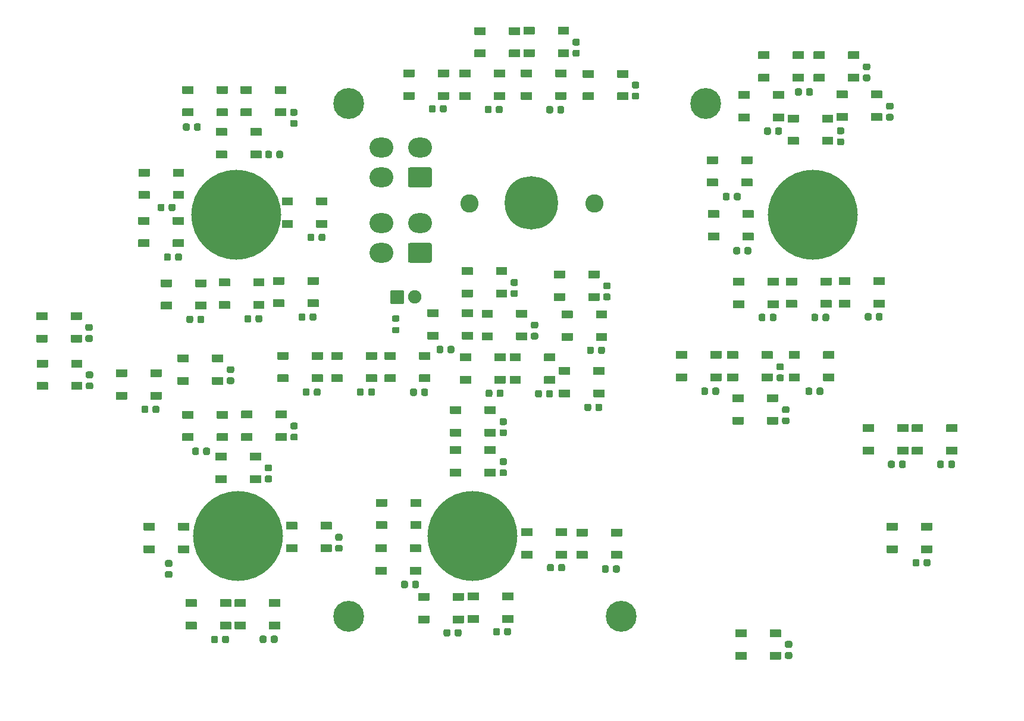
<source format=gbr>
%TF.GenerationSoftware,KiCad,Pcbnew,(5.1.9)-1*%
%TF.CreationDate,2022-08-07T13:29:13-06:00*%
%TF.ProjectId,ECS Panel PCB V2,45435320-5061-46e6-956c-205043422056,rev?*%
%TF.SameCoordinates,Original*%
%TF.FileFunction,Soldermask,Top*%
%TF.FilePolarity,Negative*%
%FSLAX46Y46*%
G04 Gerber Fmt 4.6, Leading zero omitted, Abs format (unit mm)*
G04 Created by KiCad (PCBNEW (5.1.9)-1) date 2022-08-07 13:29:13*
%MOMM*%
%LPD*%
G01*
G04 APERTURE LIST*
%ADD10C,2.600000*%
%ADD11C,7.600000*%
%ADD12C,4.400000*%
%ADD13C,12.800000*%
%ADD14O,3.400000X2.800000*%
%ADD15C,1.900000*%
G04 APERTURE END LIST*
D10*
%TO.C,REF\u002A\u002A*%
X102235000Y-92938600D03*
%TD*%
%TO.C,REF\u002A\u002A*%
X84455000Y-92938600D03*
%TD*%
D11*
%TO.C,REF\u002A\u002A*%
X93275000Y-92850000D03*
X93275000Y-92850000D03*
%TD*%
D12*
%TO.C,REF\u002A\u002A*%
X67310000Y-151739600D03*
%TD*%
%TO.C,REF\u002A\u002A*%
X106045000Y-151739600D03*
%TD*%
%TO.C,REF\u002A\u002A*%
X118110000Y-78714600D03*
%TD*%
%TO.C,REF\u002A\u002A*%
X67310000Y-78714600D03*
%TD*%
D13*
%TO.C,REF\u002A\u002A*%
X84899499Y-140309600D03*
%TD*%
%TO.C,5*%
X51562000Y-140309600D03*
%TD*%
%TO.C,3*%
X133350000Y-94589600D03*
X133350000Y-94589600D03*
%TD*%
%TO.C,1*%
X51308000Y-94589600D03*
X51308000Y-94589600D03*
%TD*%
%TO.C,D8*%
G36*
G01*
X48413600Y-83304200D02*
X48413600Y-82304200D01*
G75*
G02*
X48463600Y-82254200I50000J0D01*
G01*
X49963600Y-82254200D01*
G75*
G02*
X50013600Y-82304200I0J-50000D01*
G01*
X50013600Y-83304200D01*
G75*
G02*
X49963600Y-83354200I-50000J0D01*
G01*
X48463600Y-83354200D01*
G75*
G02*
X48413600Y-83304200I0J50000D01*
G01*
G37*
G36*
G01*
X48413600Y-86504200D02*
X48413600Y-85504200D01*
G75*
G02*
X48463600Y-85454200I50000J0D01*
G01*
X49963600Y-85454200D01*
G75*
G02*
X50013600Y-85504200I0J-50000D01*
G01*
X50013600Y-86504200D01*
G75*
G02*
X49963600Y-86554200I-50000J0D01*
G01*
X48463600Y-86554200D01*
G75*
G02*
X48413600Y-86504200I0J50000D01*
G01*
G37*
G36*
G01*
X53313600Y-83304200D02*
X53313600Y-82304200D01*
G75*
G02*
X53363600Y-82254200I50000J0D01*
G01*
X54863600Y-82254200D01*
G75*
G02*
X54913600Y-82304200I0J-50000D01*
G01*
X54913600Y-83304200D01*
G75*
G02*
X54863600Y-83354200I-50000J0D01*
G01*
X53363600Y-83354200D01*
G75*
G02*
X53313600Y-83304200I0J50000D01*
G01*
G37*
G36*
G01*
X53313600Y-86504200D02*
X53313600Y-85504200D01*
G75*
G02*
X53363600Y-85454200I50000J0D01*
G01*
X54863600Y-85454200D01*
G75*
G02*
X54913600Y-85504200I0J-50000D01*
G01*
X54913600Y-86504200D01*
G75*
G02*
X54863600Y-86554200I-50000J0D01*
G01*
X53363600Y-86554200D01*
G75*
G02*
X53313600Y-86504200I0J50000D01*
G01*
G37*
%TD*%
%TO.C,C62*%
G36*
G01*
X89018750Y-130812000D02*
X89581250Y-130812000D01*
G75*
G02*
X89825000Y-131055750I0J-243750D01*
G01*
X89825000Y-131543250D01*
G75*
G02*
X89581250Y-131787000I-243750J0D01*
G01*
X89018750Y-131787000D01*
G75*
G02*
X88775000Y-131543250I0J243750D01*
G01*
X88775000Y-131055750D01*
G75*
G02*
X89018750Y-130812000I243750J0D01*
G01*
G37*
G36*
G01*
X89018750Y-129237000D02*
X89581250Y-129237000D01*
G75*
G02*
X89825000Y-129480750I0J-243750D01*
G01*
X89825000Y-129968250D01*
G75*
G02*
X89581250Y-130212000I-243750J0D01*
G01*
X89018750Y-130212000D01*
G75*
G02*
X88775000Y-129968250I0J243750D01*
G01*
X88775000Y-129480750D01*
G75*
G02*
X89018750Y-129237000I243750J0D01*
G01*
G37*
%TD*%
%TO.C,C61*%
G36*
G01*
X89018750Y-125112000D02*
X89581250Y-125112000D01*
G75*
G02*
X89825000Y-125355750I0J-243750D01*
G01*
X89825000Y-125843250D01*
G75*
G02*
X89581250Y-126087000I-243750J0D01*
G01*
X89018750Y-126087000D01*
G75*
G02*
X88775000Y-125843250I0J243750D01*
G01*
X88775000Y-125355750D01*
G75*
G02*
X89018750Y-125112000I243750J0D01*
G01*
G37*
G36*
G01*
X89018750Y-123537000D02*
X89581250Y-123537000D01*
G75*
G02*
X89825000Y-123780750I0J-243750D01*
G01*
X89825000Y-124268250D01*
G75*
G02*
X89581250Y-124512000I-243750J0D01*
G01*
X89018750Y-124512000D01*
G75*
G02*
X88775000Y-124268250I0J243750D01*
G01*
X88775000Y-123780750D01*
G75*
G02*
X89018750Y-123537000I243750J0D01*
G01*
G37*
%TD*%
%TO.C,C60*%
G36*
G01*
X56212500Y-155281250D02*
X56212500Y-154718750D01*
G75*
G02*
X56456250Y-154475000I243750J0D01*
G01*
X56943750Y-154475000D01*
G75*
G02*
X57187500Y-154718750I0J-243750D01*
G01*
X57187500Y-155281250D01*
G75*
G02*
X56943750Y-155525000I-243750J0D01*
G01*
X56456250Y-155525000D01*
G75*
G02*
X56212500Y-155281250I0J243750D01*
G01*
G37*
G36*
G01*
X54637500Y-155281250D02*
X54637500Y-154718750D01*
G75*
G02*
X54881250Y-154475000I243750J0D01*
G01*
X55368750Y-154475000D01*
G75*
G02*
X55612500Y-154718750I0J-243750D01*
G01*
X55612500Y-155281250D01*
G75*
G02*
X55368750Y-155525000I-243750J0D01*
G01*
X54881250Y-155525000D01*
G75*
G02*
X54637500Y-155281250I0J243750D01*
G01*
G37*
%TD*%
%TO.C,C59*%
G36*
G01*
X123612000Y-99981250D02*
X123612000Y-99418750D01*
G75*
G02*
X123855750Y-99175000I243750J0D01*
G01*
X124343250Y-99175000D01*
G75*
G02*
X124587000Y-99418750I0J-243750D01*
G01*
X124587000Y-99981250D01*
G75*
G02*
X124343250Y-100225000I-243750J0D01*
G01*
X123855750Y-100225000D01*
G75*
G02*
X123612000Y-99981250I0J243750D01*
G01*
G37*
G36*
G01*
X122037000Y-99981250D02*
X122037000Y-99418750D01*
G75*
G02*
X122280750Y-99175000I243750J0D01*
G01*
X122768250Y-99175000D01*
G75*
G02*
X123012000Y-99418750I0J-243750D01*
G01*
X123012000Y-99981250D01*
G75*
G02*
X122768250Y-100225000I-243750J0D01*
G01*
X122280750Y-100225000D01*
G75*
G02*
X122037000Y-99981250I0J243750D01*
G01*
G37*
%TD*%
%TO.C,C58*%
G36*
G01*
X134712000Y-109481250D02*
X134712000Y-108918750D01*
G75*
G02*
X134955750Y-108675000I243750J0D01*
G01*
X135443250Y-108675000D01*
G75*
G02*
X135687000Y-108918750I0J-243750D01*
G01*
X135687000Y-109481250D01*
G75*
G02*
X135443250Y-109725000I-243750J0D01*
G01*
X134955750Y-109725000D01*
G75*
G02*
X134712000Y-109481250I0J243750D01*
G01*
G37*
G36*
G01*
X133137000Y-109481250D02*
X133137000Y-108918750D01*
G75*
G02*
X133380750Y-108675000I243750J0D01*
G01*
X133868250Y-108675000D01*
G75*
G02*
X134112000Y-108918750I0J-243750D01*
G01*
X134112000Y-109481250D01*
G75*
G02*
X133868250Y-109725000I-243750J0D01*
G01*
X133380750Y-109725000D01*
G75*
G02*
X133137000Y-109481250I0J243750D01*
G01*
G37*
%TD*%
%TO.C,C57*%
G36*
G01*
X142312000Y-109381250D02*
X142312000Y-108818750D01*
G75*
G02*
X142555750Y-108575000I243750J0D01*
G01*
X143043250Y-108575000D01*
G75*
G02*
X143287000Y-108818750I0J-243750D01*
G01*
X143287000Y-109381250D01*
G75*
G02*
X143043250Y-109625000I-243750J0D01*
G01*
X142555750Y-109625000D01*
G75*
G02*
X142312000Y-109381250I0J243750D01*
G01*
G37*
G36*
G01*
X140737000Y-109381250D02*
X140737000Y-108818750D01*
G75*
G02*
X140980750Y-108575000I243750J0D01*
G01*
X141468250Y-108575000D01*
G75*
G02*
X141712000Y-108818750I0J-243750D01*
G01*
X141712000Y-109381250D01*
G75*
G02*
X141468250Y-109625000I-243750J0D01*
G01*
X140980750Y-109625000D01*
G75*
G02*
X140737000Y-109381250I0J243750D01*
G01*
G37*
%TD*%
%TO.C,C56*%
G36*
G01*
X122112000Y-92281250D02*
X122112000Y-91718750D01*
G75*
G02*
X122355750Y-91475000I243750J0D01*
G01*
X122843250Y-91475000D01*
G75*
G02*
X123087000Y-91718750I0J-243750D01*
G01*
X123087000Y-92281250D01*
G75*
G02*
X122843250Y-92525000I-243750J0D01*
G01*
X122355750Y-92525000D01*
G75*
G02*
X122112000Y-92281250I0J243750D01*
G01*
G37*
G36*
G01*
X120537000Y-92281250D02*
X120537000Y-91718750D01*
G75*
G02*
X120780750Y-91475000I243750J0D01*
G01*
X121268250Y-91475000D01*
G75*
G02*
X121512000Y-91718750I0J-243750D01*
G01*
X121512000Y-92281250D01*
G75*
G02*
X121268250Y-92525000I-243750J0D01*
G01*
X120780750Y-92525000D01*
G75*
G02*
X120537000Y-92281250I0J243750D01*
G01*
G37*
%TD*%
%TO.C,C55*%
G36*
G01*
X137018750Y-83712500D02*
X137581250Y-83712500D01*
G75*
G02*
X137825000Y-83956250I0J-243750D01*
G01*
X137825000Y-84443750D01*
G75*
G02*
X137581250Y-84687500I-243750J0D01*
G01*
X137018750Y-84687500D01*
G75*
G02*
X136775000Y-84443750I0J243750D01*
G01*
X136775000Y-83956250D01*
G75*
G02*
X137018750Y-83712500I243750J0D01*
G01*
G37*
G36*
G01*
X137018750Y-82137500D02*
X137581250Y-82137500D01*
G75*
G02*
X137825000Y-82381250I0J-243750D01*
G01*
X137825000Y-82868750D01*
G75*
G02*
X137581250Y-83112500I-243750J0D01*
G01*
X137018750Y-83112500D01*
G75*
G02*
X136775000Y-82868750I0J243750D01*
G01*
X136775000Y-82381250D01*
G75*
G02*
X137018750Y-82137500I243750J0D01*
G01*
G37*
%TD*%
%TO.C,C54*%
G36*
G01*
X144018750Y-80212500D02*
X144581250Y-80212500D01*
G75*
G02*
X144825000Y-80456250I0J-243750D01*
G01*
X144825000Y-80943750D01*
G75*
G02*
X144581250Y-81187500I-243750J0D01*
G01*
X144018750Y-81187500D01*
G75*
G02*
X143775000Y-80943750I0J243750D01*
G01*
X143775000Y-80456250D01*
G75*
G02*
X144018750Y-80212500I243750J0D01*
G01*
G37*
G36*
G01*
X144018750Y-78637500D02*
X144581250Y-78637500D01*
G75*
G02*
X144825000Y-78881250I0J-243750D01*
G01*
X144825000Y-79368750D01*
G75*
G02*
X144581250Y-79612500I-243750J0D01*
G01*
X144018750Y-79612500D01*
G75*
G02*
X143775000Y-79368750I0J243750D01*
G01*
X143775000Y-78881250D01*
G75*
G02*
X144018750Y-78637500I243750J0D01*
G01*
G37*
%TD*%
%TO.C,C53*%
G36*
G01*
X140718750Y-74612500D02*
X141281250Y-74612500D01*
G75*
G02*
X141525000Y-74856250I0J-243750D01*
G01*
X141525000Y-75343750D01*
G75*
G02*
X141281250Y-75587500I-243750J0D01*
G01*
X140718750Y-75587500D01*
G75*
G02*
X140475000Y-75343750I0J243750D01*
G01*
X140475000Y-74856250D01*
G75*
G02*
X140718750Y-74612500I243750J0D01*
G01*
G37*
G36*
G01*
X140718750Y-73037500D02*
X141281250Y-73037500D01*
G75*
G02*
X141525000Y-73281250I0J-243750D01*
G01*
X141525000Y-73768750D01*
G75*
G02*
X141281250Y-74012500I-243750J0D01*
G01*
X140718750Y-74012500D01*
G75*
G02*
X140475000Y-73768750I0J243750D01*
G01*
X140475000Y-73281250D01*
G75*
G02*
X140718750Y-73037500I243750J0D01*
G01*
G37*
%TD*%
%TO.C,C52*%
G36*
G01*
X131788000Y-76818750D02*
X131788000Y-77381250D01*
G75*
G02*
X131544250Y-77625000I-243750J0D01*
G01*
X131056750Y-77625000D01*
G75*
G02*
X130813000Y-77381250I0J243750D01*
G01*
X130813000Y-76818750D01*
G75*
G02*
X131056750Y-76575000I243750J0D01*
G01*
X131544250Y-76575000D01*
G75*
G02*
X131788000Y-76818750I0J-243750D01*
G01*
G37*
G36*
G01*
X133363000Y-76818750D02*
X133363000Y-77381250D01*
G75*
G02*
X133119250Y-77625000I-243750J0D01*
G01*
X132631750Y-77625000D01*
G75*
G02*
X132388000Y-77381250I0J243750D01*
G01*
X132388000Y-76818750D01*
G75*
G02*
X132631750Y-76575000I243750J0D01*
G01*
X133119250Y-76575000D01*
G75*
G02*
X133363000Y-76818750I0J-243750D01*
G01*
G37*
%TD*%
%TO.C,C51*%
G36*
G01*
X127212000Y-109481250D02*
X127212000Y-108918750D01*
G75*
G02*
X127455750Y-108675000I243750J0D01*
G01*
X127943250Y-108675000D01*
G75*
G02*
X128187000Y-108918750I0J-243750D01*
G01*
X128187000Y-109481250D01*
G75*
G02*
X127943250Y-109725000I-243750J0D01*
G01*
X127455750Y-109725000D01*
G75*
G02*
X127212000Y-109481250I0J243750D01*
G01*
G37*
G36*
G01*
X125637000Y-109481250D02*
X125637000Y-108918750D01*
G75*
G02*
X125880750Y-108675000I243750J0D01*
G01*
X126368250Y-108675000D01*
G75*
G02*
X126612000Y-108918750I0J-243750D01*
G01*
X126612000Y-109481250D01*
G75*
G02*
X126368250Y-109725000I-243750J0D01*
G01*
X125880750Y-109725000D01*
G75*
G02*
X125637000Y-109481250I0J243750D01*
G01*
G37*
%TD*%
%TO.C,C50*%
G36*
G01*
X129618750Y-156812000D02*
X130181250Y-156812000D01*
G75*
G02*
X130425000Y-157055750I0J-243750D01*
G01*
X130425000Y-157543250D01*
G75*
G02*
X130181250Y-157787000I-243750J0D01*
G01*
X129618750Y-157787000D01*
G75*
G02*
X129375000Y-157543250I0J243750D01*
G01*
X129375000Y-157055750D01*
G75*
G02*
X129618750Y-156812000I243750J0D01*
G01*
G37*
G36*
G01*
X129618750Y-155237000D02*
X130181250Y-155237000D01*
G75*
G02*
X130425000Y-155480750I0J-243750D01*
G01*
X130425000Y-155968250D01*
G75*
G02*
X130181250Y-156212000I-243750J0D01*
G01*
X129618750Y-156212000D01*
G75*
G02*
X129375000Y-155968250I0J243750D01*
G01*
X129375000Y-155480750D01*
G75*
G02*
X129618750Y-155237000I243750J0D01*
G01*
G37*
%TD*%
%TO.C,C49*%
G36*
G01*
X149112000Y-144381250D02*
X149112000Y-143818750D01*
G75*
G02*
X149355750Y-143575000I243750J0D01*
G01*
X149843250Y-143575000D01*
G75*
G02*
X150087000Y-143818750I0J-243750D01*
G01*
X150087000Y-144381250D01*
G75*
G02*
X149843250Y-144625000I-243750J0D01*
G01*
X149355750Y-144625000D01*
G75*
G02*
X149112000Y-144381250I0J243750D01*
G01*
G37*
G36*
G01*
X147537000Y-144381250D02*
X147537000Y-143818750D01*
G75*
G02*
X147780750Y-143575000I243750J0D01*
G01*
X148268250Y-143575000D01*
G75*
G02*
X148512000Y-143818750I0J-243750D01*
G01*
X148512000Y-144381250D01*
G75*
G02*
X148268250Y-144625000I-243750J0D01*
G01*
X147780750Y-144625000D01*
G75*
G02*
X147537000Y-144381250I0J243750D01*
G01*
G37*
%TD*%
%TO.C,C48*%
G36*
G01*
X152612000Y-130381250D02*
X152612000Y-129818750D01*
G75*
G02*
X152855750Y-129575000I243750J0D01*
G01*
X153343250Y-129575000D01*
G75*
G02*
X153587000Y-129818750I0J-243750D01*
G01*
X153587000Y-130381250D01*
G75*
G02*
X153343250Y-130625000I-243750J0D01*
G01*
X152855750Y-130625000D01*
G75*
G02*
X152612000Y-130381250I0J243750D01*
G01*
G37*
G36*
G01*
X151037000Y-130381250D02*
X151037000Y-129818750D01*
G75*
G02*
X151280750Y-129575000I243750J0D01*
G01*
X151768250Y-129575000D01*
G75*
G02*
X152012000Y-129818750I0J-243750D01*
G01*
X152012000Y-130381250D01*
G75*
G02*
X151768250Y-130625000I-243750J0D01*
G01*
X151280750Y-130625000D01*
G75*
G02*
X151037000Y-130381250I0J243750D01*
G01*
G37*
%TD*%
%TO.C,C47*%
G36*
G01*
X133877000Y-119981250D02*
X133877000Y-119418750D01*
G75*
G02*
X134120750Y-119175000I243750J0D01*
G01*
X134608250Y-119175000D01*
G75*
G02*
X134852000Y-119418750I0J-243750D01*
G01*
X134852000Y-119981250D01*
G75*
G02*
X134608250Y-120225000I-243750J0D01*
G01*
X134120750Y-120225000D01*
G75*
G02*
X133877000Y-119981250I0J243750D01*
G01*
G37*
G36*
G01*
X132302000Y-119981250D02*
X132302000Y-119418750D01*
G75*
G02*
X132545750Y-119175000I243750J0D01*
G01*
X133033250Y-119175000D01*
G75*
G02*
X133277000Y-119418750I0J-243750D01*
G01*
X133277000Y-119981250D01*
G75*
G02*
X133033250Y-120225000I-243750J0D01*
G01*
X132545750Y-120225000D01*
G75*
G02*
X132302000Y-119981250I0J243750D01*
G01*
G37*
%TD*%
%TO.C,C46*%
G36*
G01*
X128418750Y-117312000D02*
X128981250Y-117312000D01*
G75*
G02*
X129225000Y-117555750I0J-243750D01*
G01*
X129225000Y-118043250D01*
G75*
G02*
X128981250Y-118287000I-243750J0D01*
G01*
X128418750Y-118287000D01*
G75*
G02*
X128175000Y-118043250I0J243750D01*
G01*
X128175000Y-117555750D01*
G75*
G02*
X128418750Y-117312000I243750J0D01*
G01*
G37*
G36*
G01*
X128418750Y-115737000D02*
X128981250Y-115737000D01*
G75*
G02*
X129225000Y-115980750I0J-243750D01*
G01*
X129225000Y-116468250D01*
G75*
G02*
X128981250Y-116712000I-243750J0D01*
G01*
X128418750Y-116712000D01*
G75*
G02*
X128175000Y-116468250I0J243750D01*
G01*
X128175000Y-115980750D01*
G75*
G02*
X128418750Y-115737000I243750J0D01*
G01*
G37*
%TD*%
%TO.C,C45*%
G36*
G01*
X145612000Y-130381250D02*
X145612000Y-129818750D01*
G75*
G02*
X145855750Y-129575000I243750J0D01*
G01*
X146343250Y-129575000D01*
G75*
G02*
X146587000Y-129818750I0J-243750D01*
G01*
X146587000Y-130381250D01*
G75*
G02*
X146343250Y-130625000I-243750J0D01*
G01*
X145855750Y-130625000D01*
G75*
G02*
X145612000Y-130381250I0J243750D01*
G01*
G37*
G36*
G01*
X144037000Y-130381250D02*
X144037000Y-129818750D01*
G75*
G02*
X144280750Y-129575000I243750J0D01*
G01*
X144768250Y-129575000D01*
G75*
G02*
X145012000Y-129818750I0J-243750D01*
G01*
X145012000Y-130381250D01*
G75*
G02*
X144768250Y-130625000I-243750J0D01*
G01*
X144280750Y-130625000D01*
G75*
G02*
X144037000Y-130381250I0J243750D01*
G01*
G37*
%TD*%
%TO.C,C44*%
G36*
G01*
X129218750Y-123412000D02*
X129781250Y-123412000D01*
G75*
G02*
X130025000Y-123655750I0J-243750D01*
G01*
X130025000Y-124143250D01*
G75*
G02*
X129781250Y-124387000I-243750J0D01*
G01*
X129218750Y-124387000D01*
G75*
G02*
X128975000Y-124143250I0J243750D01*
G01*
X128975000Y-123655750D01*
G75*
G02*
X129218750Y-123412000I243750J0D01*
G01*
G37*
G36*
G01*
X129218750Y-121837000D02*
X129781250Y-121837000D01*
G75*
G02*
X130025000Y-122080750I0J-243750D01*
G01*
X130025000Y-122568250D01*
G75*
G02*
X129781250Y-122812000I-243750J0D01*
G01*
X129218750Y-122812000D01*
G75*
G02*
X128975000Y-122568250I0J243750D01*
G01*
X128975000Y-122080750D01*
G75*
G02*
X129218750Y-121837000I243750J0D01*
G01*
G37*
%TD*%
%TO.C,C43*%
G36*
G01*
X119047000Y-119981250D02*
X119047000Y-119418750D01*
G75*
G02*
X119290750Y-119175000I243750J0D01*
G01*
X119778250Y-119175000D01*
G75*
G02*
X120022000Y-119418750I0J-243750D01*
G01*
X120022000Y-119981250D01*
G75*
G02*
X119778250Y-120225000I-243750J0D01*
G01*
X119290750Y-120225000D01*
G75*
G02*
X119047000Y-119981250I0J243750D01*
G01*
G37*
G36*
G01*
X117472000Y-119981250D02*
X117472000Y-119418750D01*
G75*
G02*
X117715750Y-119175000I243750J0D01*
G01*
X118203250Y-119175000D01*
G75*
G02*
X118447000Y-119418750I0J-243750D01*
G01*
X118447000Y-119981250D01*
G75*
G02*
X118203250Y-120225000I-243750J0D01*
G01*
X117715750Y-120225000D01*
G75*
G02*
X117472000Y-119981250I0J243750D01*
G01*
G37*
%TD*%
%TO.C,C42*%
G36*
G01*
X104912000Y-145281250D02*
X104912000Y-144718750D01*
G75*
G02*
X105155750Y-144475000I243750J0D01*
G01*
X105643250Y-144475000D01*
G75*
G02*
X105887000Y-144718750I0J-243750D01*
G01*
X105887000Y-145281250D01*
G75*
G02*
X105643250Y-145525000I-243750J0D01*
G01*
X105155750Y-145525000D01*
G75*
G02*
X104912000Y-145281250I0J243750D01*
G01*
G37*
G36*
G01*
X103337000Y-145281250D02*
X103337000Y-144718750D01*
G75*
G02*
X103580750Y-144475000I243750J0D01*
G01*
X104068250Y-144475000D01*
G75*
G02*
X104312000Y-144718750I0J-243750D01*
G01*
X104312000Y-145281250D01*
G75*
G02*
X104068250Y-145525000I-243750J0D01*
G01*
X103580750Y-145525000D01*
G75*
G02*
X103337000Y-145281250I0J243750D01*
G01*
G37*
%TD*%
%TO.C,C41*%
G36*
G01*
X97112500Y-145081250D02*
X97112500Y-144518750D01*
G75*
G02*
X97356250Y-144275000I243750J0D01*
G01*
X97843750Y-144275000D01*
G75*
G02*
X98087500Y-144518750I0J-243750D01*
G01*
X98087500Y-145081250D01*
G75*
G02*
X97843750Y-145325000I-243750J0D01*
G01*
X97356250Y-145325000D01*
G75*
G02*
X97112500Y-145081250I0J243750D01*
G01*
G37*
G36*
G01*
X95537500Y-145081250D02*
X95537500Y-144518750D01*
G75*
G02*
X95781250Y-144275000I243750J0D01*
G01*
X96268750Y-144275000D01*
G75*
G02*
X96512500Y-144518750I0J-243750D01*
G01*
X96512500Y-145081250D01*
G75*
G02*
X96268750Y-145325000I-243750J0D01*
G01*
X95781250Y-145325000D01*
G75*
G02*
X95537500Y-145081250I0J243750D01*
G01*
G37*
%TD*%
%TO.C,C40*%
G36*
G01*
X82382500Y-154361250D02*
X82382500Y-153798750D01*
G75*
G02*
X82626250Y-153555000I243750J0D01*
G01*
X83113750Y-153555000D01*
G75*
G02*
X83357500Y-153798750I0J-243750D01*
G01*
X83357500Y-154361250D01*
G75*
G02*
X83113750Y-154605000I-243750J0D01*
G01*
X82626250Y-154605000D01*
G75*
G02*
X82382500Y-154361250I0J243750D01*
G01*
G37*
G36*
G01*
X80807500Y-154361250D02*
X80807500Y-153798750D01*
G75*
G02*
X81051250Y-153555000I243750J0D01*
G01*
X81538750Y-153555000D01*
G75*
G02*
X81782500Y-153798750I0J-243750D01*
G01*
X81782500Y-154361250D01*
G75*
G02*
X81538750Y-154605000I-243750J0D01*
G01*
X81051250Y-154605000D01*
G75*
G02*
X80807500Y-154361250I0J243750D01*
G01*
G37*
%TD*%
%TO.C,C39*%
G36*
G01*
X89428500Y-154205250D02*
X89428500Y-153642750D01*
G75*
G02*
X89672250Y-153399000I243750J0D01*
G01*
X90159750Y-153399000D01*
G75*
G02*
X90403500Y-153642750I0J-243750D01*
G01*
X90403500Y-154205250D01*
G75*
G02*
X90159750Y-154449000I-243750J0D01*
G01*
X89672250Y-154449000D01*
G75*
G02*
X89428500Y-154205250I0J243750D01*
G01*
G37*
G36*
G01*
X87853500Y-154205250D02*
X87853500Y-153642750D01*
G75*
G02*
X88097250Y-153399000I243750J0D01*
G01*
X88584750Y-153399000D01*
G75*
G02*
X88828500Y-153642750I0J-243750D01*
G01*
X88828500Y-154205250D01*
G75*
G02*
X88584750Y-154449000I-243750J0D01*
G01*
X88097250Y-154449000D01*
G75*
G02*
X87853500Y-154205250I0J243750D01*
G01*
G37*
%TD*%
%TO.C,C38*%
G36*
G01*
X41981250Y-144687500D02*
X41418750Y-144687500D01*
G75*
G02*
X41175000Y-144443750I0J243750D01*
G01*
X41175000Y-143956250D01*
G75*
G02*
X41418750Y-143712500I243750J0D01*
G01*
X41981250Y-143712500D01*
G75*
G02*
X42225000Y-143956250I0J-243750D01*
G01*
X42225000Y-144443750D01*
G75*
G02*
X41981250Y-144687500I-243750J0D01*
G01*
G37*
G36*
G01*
X41981250Y-146262500D02*
X41418750Y-146262500D01*
G75*
G02*
X41175000Y-146018750I0J243750D01*
G01*
X41175000Y-145531250D01*
G75*
G02*
X41418750Y-145287500I243750J0D01*
G01*
X41981250Y-145287500D01*
G75*
G02*
X42225000Y-145531250I0J-243750D01*
G01*
X42225000Y-146018750D01*
G75*
G02*
X41981250Y-146262500I-243750J0D01*
G01*
G37*
%TD*%
%TO.C,C37*%
G36*
G01*
X49292500Y-155311250D02*
X49292500Y-154748750D01*
G75*
G02*
X49536250Y-154505000I243750J0D01*
G01*
X50023750Y-154505000D01*
G75*
G02*
X50267500Y-154748750I0J-243750D01*
G01*
X50267500Y-155311250D01*
G75*
G02*
X50023750Y-155555000I-243750J0D01*
G01*
X49536250Y-155555000D01*
G75*
G02*
X49292500Y-155311250I0J243750D01*
G01*
G37*
G36*
G01*
X47717500Y-155311250D02*
X47717500Y-154748750D01*
G75*
G02*
X47961250Y-154505000I243750J0D01*
G01*
X48448750Y-154505000D01*
G75*
G02*
X48692500Y-154748750I0J-243750D01*
G01*
X48692500Y-155311250D01*
G75*
G02*
X48448750Y-155555000I-243750J0D01*
G01*
X47961250Y-155555000D01*
G75*
G02*
X47717500Y-155311250I0J243750D01*
G01*
G37*
%TD*%
%TO.C,C36*%
G36*
G01*
X76332500Y-147481250D02*
X76332500Y-146918750D01*
G75*
G02*
X76576250Y-146675000I243750J0D01*
G01*
X77063750Y-146675000D01*
G75*
G02*
X77307500Y-146918750I0J-243750D01*
G01*
X77307500Y-147481250D01*
G75*
G02*
X77063750Y-147725000I-243750J0D01*
G01*
X76576250Y-147725000D01*
G75*
G02*
X76332500Y-147481250I0J243750D01*
G01*
G37*
G36*
G01*
X74757500Y-147481250D02*
X74757500Y-146918750D01*
G75*
G02*
X75001250Y-146675000I243750J0D01*
G01*
X75488750Y-146675000D01*
G75*
G02*
X75732500Y-146918750I0J-243750D01*
G01*
X75732500Y-147481250D01*
G75*
G02*
X75488750Y-147725000I-243750J0D01*
G01*
X75001250Y-147725000D01*
G75*
G02*
X74757500Y-147481250I0J243750D01*
G01*
G37*
%TD*%
%TO.C,C35*%
G36*
G01*
X65628750Y-141562000D02*
X66191250Y-141562000D01*
G75*
G02*
X66435000Y-141805750I0J-243750D01*
G01*
X66435000Y-142293250D01*
G75*
G02*
X66191250Y-142537000I-243750J0D01*
G01*
X65628750Y-142537000D01*
G75*
G02*
X65385000Y-142293250I0J243750D01*
G01*
X65385000Y-141805750D01*
G75*
G02*
X65628750Y-141562000I243750J0D01*
G01*
G37*
G36*
G01*
X65628750Y-139987000D02*
X66191250Y-139987000D01*
G75*
G02*
X66435000Y-140230750I0J-243750D01*
G01*
X66435000Y-140718250D01*
G75*
G02*
X66191250Y-140962000I-243750J0D01*
G01*
X65628750Y-140962000D01*
G75*
G02*
X65385000Y-140718250I0J243750D01*
G01*
X65385000Y-140230750D01*
G75*
G02*
X65628750Y-139987000I243750J0D01*
G01*
G37*
%TD*%
%TO.C,C34*%
G36*
G01*
X55598750Y-131692000D02*
X56161250Y-131692000D01*
G75*
G02*
X56405000Y-131935750I0J-243750D01*
G01*
X56405000Y-132423250D01*
G75*
G02*
X56161250Y-132667000I-243750J0D01*
G01*
X55598750Y-132667000D01*
G75*
G02*
X55355000Y-132423250I0J243750D01*
G01*
X55355000Y-131935750D01*
G75*
G02*
X55598750Y-131692000I243750J0D01*
G01*
G37*
G36*
G01*
X55598750Y-130117000D02*
X56161250Y-130117000D01*
G75*
G02*
X56405000Y-130360750I0J-243750D01*
G01*
X56405000Y-130848250D01*
G75*
G02*
X56161250Y-131092000I-243750J0D01*
G01*
X55598750Y-131092000D01*
G75*
G02*
X55355000Y-130848250I0J243750D01*
G01*
X55355000Y-130360750D01*
G75*
G02*
X55598750Y-130117000I243750J0D01*
G01*
G37*
%TD*%
%TO.C,C33*%
G36*
G01*
X59258750Y-125732000D02*
X59821250Y-125732000D01*
G75*
G02*
X60065000Y-125975750I0J-243750D01*
G01*
X60065000Y-126463250D01*
G75*
G02*
X59821250Y-126707000I-243750J0D01*
G01*
X59258750Y-126707000D01*
G75*
G02*
X59015000Y-126463250I0J243750D01*
G01*
X59015000Y-125975750D01*
G75*
G02*
X59258750Y-125732000I243750J0D01*
G01*
G37*
G36*
G01*
X59258750Y-124157000D02*
X59821250Y-124157000D01*
G75*
G02*
X60065000Y-124400750I0J-243750D01*
G01*
X60065000Y-124888250D01*
G75*
G02*
X59821250Y-125132000I-243750J0D01*
G01*
X59258750Y-125132000D01*
G75*
G02*
X59015000Y-124888250I0J243750D01*
G01*
X59015000Y-124400750D01*
G75*
G02*
X59258750Y-124157000I243750J0D01*
G01*
G37*
%TD*%
%TO.C,C32*%
G36*
G01*
X46602500Y-128531250D02*
X46602500Y-127968750D01*
G75*
G02*
X46846250Y-127725000I243750J0D01*
G01*
X47333750Y-127725000D01*
G75*
G02*
X47577500Y-127968750I0J-243750D01*
G01*
X47577500Y-128531250D01*
G75*
G02*
X47333750Y-128775000I-243750J0D01*
G01*
X46846250Y-128775000D01*
G75*
G02*
X46602500Y-128531250I0J243750D01*
G01*
G37*
G36*
G01*
X45027500Y-128531250D02*
X45027500Y-127968750D01*
G75*
G02*
X45271250Y-127725000I243750J0D01*
G01*
X45758750Y-127725000D01*
G75*
G02*
X46002500Y-127968750I0J-243750D01*
G01*
X46002500Y-128531250D01*
G75*
G02*
X45758750Y-128775000I-243750J0D01*
G01*
X45271250Y-128775000D01*
G75*
G02*
X45027500Y-128531250I0J243750D01*
G01*
G37*
%TD*%
D14*
%TO.C,J2*%
X71936000Y-95800000D03*
X71936000Y-100000000D03*
X77436000Y-95800000D03*
G36*
G01*
X78876740Y-101400000D02*
X75995260Y-101400000D01*
G75*
G02*
X75736000Y-101140740I0J259260D01*
G01*
X75736000Y-98859260D01*
G75*
G02*
X75995260Y-98600000I259260J0D01*
G01*
X78876740Y-98600000D01*
G75*
G02*
X79136000Y-98859260I0J-259260D01*
G01*
X79136000Y-101140740D01*
G75*
G02*
X78876740Y-101400000I-259260J0D01*
G01*
G37*
%TD*%
%TO.C,J1*%
X71936000Y-85048600D03*
X71936000Y-89248600D03*
X77436000Y-85048600D03*
G36*
G01*
X78876740Y-90648600D02*
X75995260Y-90648600D01*
G75*
G02*
X75736000Y-90389340I0J259260D01*
G01*
X75736000Y-88107860D01*
G75*
G02*
X75995260Y-87848600I259260J0D01*
G01*
X78876740Y-87848600D01*
G75*
G02*
X79136000Y-88107860I0J-259260D01*
G01*
X79136000Y-90389340D01*
G75*
G02*
X78876740Y-90648600I-259260J0D01*
G01*
G37*
%TD*%
%TO.C,C31*%
G36*
G01*
X127988000Y-82951250D02*
X127988000Y-82388750D01*
G75*
G02*
X128231750Y-82145000I243750J0D01*
G01*
X128719250Y-82145000D01*
G75*
G02*
X128963000Y-82388750I0J-243750D01*
G01*
X128963000Y-82951250D01*
G75*
G02*
X128719250Y-83195000I-243750J0D01*
G01*
X128231750Y-83195000D01*
G75*
G02*
X127988000Y-82951250I0J243750D01*
G01*
G37*
G36*
G01*
X126413000Y-82951250D02*
X126413000Y-82388750D01*
G75*
G02*
X126656750Y-82145000I243750J0D01*
G01*
X127144250Y-82145000D01*
G75*
G02*
X127388000Y-82388750I0J-243750D01*
G01*
X127388000Y-82951250D01*
G75*
G02*
X127144250Y-83195000I-243750J0D01*
G01*
X126656750Y-83195000D01*
G75*
G02*
X126413000Y-82951250I0J243750D01*
G01*
G37*
%TD*%
%TO.C,C30*%
G36*
G01*
X107838750Y-77202500D02*
X108401250Y-77202500D01*
G75*
G02*
X108645000Y-77446250I0J-243750D01*
G01*
X108645000Y-77933750D01*
G75*
G02*
X108401250Y-78177500I-243750J0D01*
G01*
X107838750Y-78177500D01*
G75*
G02*
X107595000Y-77933750I0J243750D01*
G01*
X107595000Y-77446250D01*
G75*
G02*
X107838750Y-77202500I243750J0D01*
G01*
G37*
G36*
G01*
X107838750Y-75627500D02*
X108401250Y-75627500D01*
G75*
G02*
X108645000Y-75871250I0J-243750D01*
G01*
X108645000Y-76358750D01*
G75*
G02*
X108401250Y-76602500I-243750J0D01*
G01*
X107838750Y-76602500D01*
G75*
G02*
X107595000Y-76358750I0J243750D01*
G01*
X107595000Y-75871250D01*
G75*
G02*
X107838750Y-75627500I243750J0D01*
G01*
G37*
%TD*%
%TO.C,C29*%
G36*
G01*
X99388750Y-71102500D02*
X99951250Y-71102500D01*
G75*
G02*
X100195000Y-71346250I0J-243750D01*
G01*
X100195000Y-71833750D01*
G75*
G02*
X99951250Y-72077500I-243750J0D01*
G01*
X99388750Y-72077500D01*
G75*
G02*
X99145000Y-71833750I0J243750D01*
G01*
X99145000Y-71346250D01*
G75*
G02*
X99388750Y-71102500I243750J0D01*
G01*
G37*
G36*
G01*
X99388750Y-69527500D02*
X99951250Y-69527500D01*
G75*
G02*
X100195000Y-69771250I0J-243750D01*
G01*
X100195000Y-70258750D01*
G75*
G02*
X99951250Y-70502500I-243750J0D01*
G01*
X99388750Y-70502500D01*
G75*
G02*
X99145000Y-70258750I0J243750D01*
G01*
X99145000Y-69771250D01*
G75*
G02*
X99388750Y-69527500I243750J0D01*
G01*
G37*
%TD*%
%TO.C,C28*%
G36*
G01*
X96992500Y-79911250D02*
X96992500Y-79348750D01*
G75*
G02*
X97236250Y-79105000I243750J0D01*
G01*
X97723750Y-79105000D01*
G75*
G02*
X97967500Y-79348750I0J-243750D01*
G01*
X97967500Y-79911250D01*
G75*
G02*
X97723750Y-80155000I-243750J0D01*
G01*
X97236250Y-80155000D01*
G75*
G02*
X96992500Y-79911250I0J243750D01*
G01*
G37*
G36*
G01*
X95417500Y-79911250D02*
X95417500Y-79348750D01*
G75*
G02*
X95661250Y-79105000I243750J0D01*
G01*
X96148750Y-79105000D01*
G75*
G02*
X96392500Y-79348750I0J-243750D01*
G01*
X96392500Y-79911250D01*
G75*
G02*
X96148750Y-80155000I-243750J0D01*
G01*
X95661250Y-80155000D01*
G75*
G02*
X95417500Y-79911250I0J243750D01*
G01*
G37*
%TD*%
%TO.C,C27*%
G36*
G01*
X88242500Y-79891250D02*
X88242500Y-79328750D01*
G75*
G02*
X88486250Y-79085000I243750J0D01*
G01*
X88973750Y-79085000D01*
G75*
G02*
X89217500Y-79328750I0J-243750D01*
G01*
X89217500Y-79891250D01*
G75*
G02*
X88973750Y-80135000I-243750J0D01*
G01*
X88486250Y-80135000D01*
G75*
G02*
X88242500Y-79891250I0J243750D01*
G01*
G37*
G36*
G01*
X86667500Y-79891250D02*
X86667500Y-79328750D01*
G75*
G02*
X86911250Y-79085000I243750J0D01*
G01*
X87398750Y-79085000D01*
G75*
G02*
X87642500Y-79328750I0J-243750D01*
G01*
X87642500Y-79891250D01*
G75*
G02*
X87398750Y-80135000I-243750J0D01*
G01*
X86911250Y-80135000D01*
G75*
G02*
X86667500Y-79891250I0J243750D01*
G01*
G37*
%TD*%
%TO.C,C26*%
G36*
G01*
X80282500Y-79781250D02*
X80282500Y-79218750D01*
G75*
G02*
X80526250Y-78975000I243750J0D01*
G01*
X81013750Y-78975000D01*
G75*
G02*
X81257500Y-79218750I0J-243750D01*
G01*
X81257500Y-79781250D01*
G75*
G02*
X81013750Y-80025000I-243750J0D01*
G01*
X80526250Y-80025000D01*
G75*
G02*
X80282500Y-79781250I0J243750D01*
G01*
G37*
G36*
G01*
X78707500Y-79781250D02*
X78707500Y-79218750D01*
G75*
G02*
X78951250Y-78975000I243750J0D01*
G01*
X79438750Y-78975000D01*
G75*
G02*
X79682500Y-79218750I0J-243750D01*
G01*
X79682500Y-79781250D01*
G75*
G02*
X79438750Y-80025000I-243750J0D01*
G01*
X78951250Y-80025000D01*
G75*
G02*
X78707500Y-79781250I0J243750D01*
G01*
G37*
%TD*%
%TO.C,C25*%
G36*
G01*
X81372500Y-114041250D02*
X81372500Y-113478750D01*
G75*
G02*
X81616250Y-113235000I243750J0D01*
G01*
X82103750Y-113235000D01*
G75*
G02*
X82347500Y-113478750I0J-243750D01*
G01*
X82347500Y-114041250D01*
G75*
G02*
X82103750Y-114285000I-243750J0D01*
G01*
X81616250Y-114285000D01*
G75*
G02*
X81372500Y-114041250I0J243750D01*
G01*
G37*
G36*
G01*
X79797500Y-114041250D02*
X79797500Y-113478750D01*
G75*
G02*
X80041250Y-113235000I243750J0D01*
G01*
X80528750Y-113235000D01*
G75*
G02*
X80772500Y-113478750I0J-243750D01*
G01*
X80772500Y-114041250D01*
G75*
G02*
X80528750Y-114285000I-243750J0D01*
G01*
X80041250Y-114285000D01*
G75*
G02*
X79797500Y-114041250I0J243750D01*
G01*
G37*
%TD*%
%TO.C,C24*%
G36*
G01*
X93468750Y-111368000D02*
X94031250Y-111368000D01*
G75*
G02*
X94275000Y-111611750I0J-243750D01*
G01*
X94275000Y-112099250D01*
G75*
G02*
X94031250Y-112343000I-243750J0D01*
G01*
X93468750Y-112343000D01*
G75*
G02*
X93225000Y-112099250I0J243750D01*
G01*
X93225000Y-111611750D01*
G75*
G02*
X93468750Y-111368000I243750J0D01*
G01*
G37*
G36*
G01*
X93468750Y-109793000D02*
X94031250Y-109793000D01*
G75*
G02*
X94275000Y-110036750I0J-243750D01*
G01*
X94275000Y-110524250D01*
G75*
G02*
X94031250Y-110768000I-243750J0D01*
G01*
X93468750Y-110768000D01*
G75*
G02*
X93225000Y-110524250I0J243750D01*
G01*
X93225000Y-110036750D01*
G75*
G02*
X93468750Y-109793000I243750J0D01*
G01*
G37*
%TD*%
%TO.C,C23*%
G36*
G01*
X90578750Y-105302000D02*
X91141250Y-105302000D01*
G75*
G02*
X91385000Y-105545750I0J-243750D01*
G01*
X91385000Y-106033250D01*
G75*
G02*
X91141250Y-106277000I-243750J0D01*
G01*
X90578750Y-106277000D01*
G75*
G02*
X90335000Y-106033250I0J243750D01*
G01*
X90335000Y-105545750D01*
G75*
G02*
X90578750Y-105302000I243750J0D01*
G01*
G37*
G36*
G01*
X90578750Y-103727000D02*
X91141250Y-103727000D01*
G75*
G02*
X91385000Y-103970750I0J-243750D01*
G01*
X91385000Y-104458250D01*
G75*
G02*
X91141250Y-104702000I-243750J0D01*
G01*
X90578750Y-104702000D01*
G75*
G02*
X90335000Y-104458250I0J243750D01*
G01*
X90335000Y-103970750D01*
G75*
G02*
X90578750Y-103727000I243750J0D01*
G01*
G37*
%TD*%
%TO.C,C22*%
G36*
G01*
X103768750Y-105782000D02*
X104331250Y-105782000D01*
G75*
G02*
X104575000Y-106025750I0J-243750D01*
G01*
X104575000Y-106513250D01*
G75*
G02*
X104331250Y-106757000I-243750J0D01*
G01*
X103768750Y-106757000D01*
G75*
G02*
X103525000Y-106513250I0J243750D01*
G01*
X103525000Y-106025750D01*
G75*
G02*
X103768750Y-105782000I243750J0D01*
G01*
G37*
G36*
G01*
X103768750Y-104207000D02*
X104331250Y-104207000D01*
G75*
G02*
X104575000Y-104450750I0J-243750D01*
G01*
X104575000Y-104938250D01*
G75*
G02*
X104331250Y-105182000I-243750J0D01*
G01*
X103768750Y-105182000D01*
G75*
G02*
X103525000Y-104938250I0J243750D01*
G01*
X103525000Y-104450750D01*
G75*
G02*
X103768750Y-104207000I243750J0D01*
G01*
G37*
%TD*%
%TO.C,C21*%
G36*
G01*
X102410000Y-122271250D02*
X102410000Y-121708750D01*
G75*
G02*
X102653750Y-121465000I243750J0D01*
G01*
X103141250Y-121465000D01*
G75*
G02*
X103385000Y-121708750I0J-243750D01*
G01*
X103385000Y-122271250D01*
G75*
G02*
X103141250Y-122515000I-243750J0D01*
G01*
X102653750Y-122515000D01*
G75*
G02*
X102410000Y-122271250I0J243750D01*
G01*
G37*
G36*
G01*
X100835000Y-122271250D02*
X100835000Y-121708750D01*
G75*
G02*
X101078750Y-121465000I243750J0D01*
G01*
X101566250Y-121465000D01*
G75*
G02*
X101810000Y-121708750I0J-243750D01*
G01*
X101810000Y-122271250D01*
G75*
G02*
X101566250Y-122515000I-243750J0D01*
G01*
X101078750Y-122515000D01*
G75*
G02*
X100835000Y-122271250I0J243750D01*
G01*
G37*
%TD*%
%TO.C,C20*%
G36*
G01*
X102792000Y-114141250D02*
X102792000Y-113578750D01*
G75*
G02*
X103035750Y-113335000I243750J0D01*
G01*
X103523250Y-113335000D01*
G75*
G02*
X103767000Y-113578750I0J-243750D01*
G01*
X103767000Y-114141250D01*
G75*
G02*
X103523250Y-114385000I-243750J0D01*
G01*
X103035750Y-114385000D01*
G75*
G02*
X102792000Y-114141250I0J243750D01*
G01*
G37*
G36*
G01*
X101217000Y-114141250D02*
X101217000Y-113578750D01*
G75*
G02*
X101460750Y-113335000I243750J0D01*
G01*
X101948250Y-113335000D01*
G75*
G02*
X102192000Y-113578750I0J-243750D01*
G01*
X102192000Y-114141250D01*
G75*
G02*
X101948250Y-114385000I-243750J0D01*
G01*
X101460750Y-114385000D01*
G75*
G02*
X101217000Y-114141250I0J243750D01*
G01*
G37*
%TD*%
%TO.C,C19*%
G36*
G01*
X95410000Y-120341250D02*
X95410000Y-119778750D01*
G75*
G02*
X95653750Y-119535000I243750J0D01*
G01*
X96141250Y-119535000D01*
G75*
G02*
X96385000Y-119778750I0J-243750D01*
G01*
X96385000Y-120341250D01*
G75*
G02*
X96141250Y-120585000I-243750J0D01*
G01*
X95653750Y-120585000D01*
G75*
G02*
X95410000Y-120341250I0J243750D01*
G01*
G37*
G36*
G01*
X93835000Y-120341250D02*
X93835000Y-119778750D01*
G75*
G02*
X94078750Y-119535000I243750J0D01*
G01*
X94566250Y-119535000D01*
G75*
G02*
X94810000Y-119778750I0J-243750D01*
G01*
X94810000Y-120341250D01*
G75*
G02*
X94566250Y-120585000I-243750J0D01*
G01*
X94078750Y-120585000D01*
G75*
G02*
X93835000Y-120341250I0J243750D01*
G01*
G37*
%TD*%
%TO.C,C18*%
G36*
G01*
X88352500Y-120271250D02*
X88352500Y-119708750D01*
G75*
G02*
X88596250Y-119465000I243750J0D01*
G01*
X89083750Y-119465000D01*
G75*
G02*
X89327500Y-119708750I0J-243750D01*
G01*
X89327500Y-120271250D01*
G75*
G02*
X89083750Y-120515000I-243750J0D01*
G01*
X88596250Y-120515000D01*
G75*
G02*
X88352500Y-120271250I0J243750D01*
G01*
G37*
G36*
G01*
X86777500Y-120271250D02*
X86777500Y-119708750D01*
G75*
G02*
X87021250Y-119465000I243750J0D01*
G01*
X87508750Y-119465000D01*
G75*
G02*
X87752500Y-119708750I0J-243750D01*
G01*
X87752500Y-120271250D01*
G75*
G02*
X87508750Y-120515000I-243750J0D01*
G01*
X87021250Y-120515000D01*
G75*
G02*
X86777500Y-120271250I0J243750D01*
G01*
G37*
%TD*%
%TO.C,C17*%
G36*
G01*
X77622500Y-120121250D02*
X77622500Y-119558750D01*
G75*
G02*
X77866250Y-119315000I243750J0D01*
G01*
X78353750Y-119315000D01*
G75*
G02*
X78597500Y-119558750I0J-243750D01*
G01*
X78597500Y-120121250D01*
G75*
G02*
X78353750Y-120365000I-243750J0D01*
G01*
X77866250Y-120365000D01*
G75*
G02*
X77622500Y-120121250I0J243750D01*
G01*
G37*
G36*
G01*
X76047500Y-120121250D02*
X76047500Y-119558750D01*
G75*
G02*
X76291250Y-119315000I243750J0D01*
G01*
X76778750Y-119315000D01*
G75*
G02*
X77022500Y-119558750I0J-243750D01*
G01*
X77022500Y-120121250D01*
G75*
G02*
X76778750Y-120365000I-243750J0D01*
G01*
X76291250Y-120365000D01*
G75*
G02*
X76047500Y-120121250I0J243750D01*
G01*
G37*
%TD*%
%TO.C,C16*%
G36*
G01*
X70062500Y-120091250D02*
X70062500Y-119528750D01*
G75*
G02*
X70306250Y-119285000I243750J0D01*
G01*
X70793750Y-119285000D01*
G75*
G02*
X71037500Y-119528750I0J-243750D01*
G01*
X71037500Y-120091250D01*
G75*
G02*
X70793750Y-120335000I-243750J0D01*
G01*
X70306250Y-120335000D01*
G75*
G02*
X70062500Y-120091250I0J243750D01*
G01*
G37*
G36*
G01*
X68487500Y-120091250D02*
X68487500Y-119528750D01*
G75*
G02*
X68731250Y-119285000I243750J0D01*
G01*
X69218750Y-119285000D01*
G75*
G02*
X69462500Y-119528750I0J-243750D01*
G01*
X69462500Y-120091250D01*
G75*
G02*
X69218750Y-120335000I-243750J0D01*
G01*
X68731250Y-120335000D01*
G75*
G02*
X68487500Y-120091250I0J243750D01*
G01*
G37*
%TD*%
%TO.C,C15*%
G36*
G01*
X62342500Y-120101250D02*
X62342500Y-119538750D01*
G75*
G02*
X62586250Y-119295000I243750J0D01*
G01*
X63073750Y-119295000D01*
G75*
G02*
X63317500Y-119538750I0J-243750D01*
G01*
X63317500Y-120101250D01*
G75*
G02*
X63073750Y-120345000I-243750J0D01*
G01*
X62586250Y-120345000D01*
G75*
G02*
X62342500Y-120101250I0J243750D01*
G01*
G37*
G36*
G01*
X60767500Y-120101250D02*
X60767500Y-119538750D01*
G75*
G02*
X61011250Y-119295000I243750J0D01*
G01*
X61498750Y-119295000D01*
G75*
G02*
X61742500Y-119538750I0J-243750D01*
G01*
X61742500Y-120101250D01*
G75*
G02*
X61498750Y-120345000I-243750J0D01*
G01*
X61011250Y-120345000D01*
G75*
G02*
X60767500Y-120101250I0J243750D01*
G01*
G37*
%TD*%
%TO.C,C14*%
G36*
G01*
X50208750Y-117712000D02*
X50771250Y-117712000D01*
G75*
G02*
X51015000Y-117955750I0J-243750D01*
G01*
X51015000Y-118443250D01*
G75*
G02*
X50771250Y-118687000I-243750J0D01*
G01*
X50208750Y-118687000D01*
G75*
G02*
X49965000Y-118443250I0J243750D01*
G01*
X49965000Y-117955750D01*
G75*
G02*
X50208750Y-117712000I243750J0D01*
G01*
G37*
G36*
G01*
X50208750Y-116137000D02*
X50771250Y-116137000D01*
G75*
G02*
X51015000Y-116380750I0J-243750D01*
G01*
X51015000Y-116868250D01*
G75*
G02*
X50771250Y-117112000I-243750J0D01*
G01*
X50208750Y-117112000D01*
G75*
G02*
X49965000Y-116868250I0J243750D01*
G01*
X49965000Y-116380750D01*
G75*
G02*
X50208750Y-116137000I243750J0D01*
G01*
G37*
%TD*%
%TO.C,C13*%
G36*
G01*
X39392500Y-122561250D02*
X39392500Y-121998750D01*
G75*
G02*
X39636250Y-121755000I243750J0D01*
G01*
X40123750Y-121755000D01*
G75*
G02*
X40367500Y-121998750I0J-243750D01*
G01*
X40367500Y-122561250D01*
G75*
G02*
X40123750Y-122805000I-243750J0D01*
G01*
X39636250Y-122805000D01*
G75*
G02*
X39392500Y-122561250I0J243750D01*
G01*
G37*
G36*
G01*
X37817500Y-122561250D02*
X37817500Y-121998750D01*
G75*
G02*
X38061250Y-121755000I243750J0D01*
G01*
X38548750Y-121755000D01*
G75*
G02*
X38792500Y-121998750I0J-243750D01*
G01*
X38792500Y-122561250D01*
G75*
G02*
X38548750Y-122805000I-243750J0D01*
G01*
X38061250Y-122805000D01*
G75*
G02*
X37817500Y-122561250I0J243750D01*
G01*
G37*
%TD*%
%TO.C,C12*%
G36*
G01*
X54042500Y-109661250D02*
X54042500Y-109098750D01*
G75*
G02*
X54286250Y-108855000I243750J0D01*
G01*
X54773750Y-108855000D01*
G75*
G02*
X55017500Y-109098750I0J-243750D01*
G01*
X55017500Y-109661250D01*
G75*
G02*
X54773750Y-109905000I-243750J0D01*
G01*
X54286250Y-109905000D01*
G75*
G02*
X54042500Y-109661250I0J243750D01*
G01*
G37*
G36*
G01*
X52467500Y-109661250D02*
X52467500Y-109098750D01*
G75*
G02*
X52711250Y-108855000I243750J0D01*
G01*
X53198750Y-108855000D01*
G75*
G02*
X53442500Y-109098750I0J-243750D01*
G01*
X53442500Y-109661250D01*
G75*
G02*
X53198750Y-109905000I-243750J0D01*
G01*
X52711250Y-109905000D01*
G75*
G02*
X52467500Y-109661250I0J243750D01*
G01*
G37*
%TD*%
%TO.C,C11*%
G36*
G01*
X63022500Y-98081250D02*
X63022500Y-97518750D01*
G75*
G02*
X63266250Y-97275000I243750J0D01*
G01*
X63753750Y-97275000D01*
G75*
G02*
X63997500Y-97518750I0J-243750D01*
G01*
X63997500Y-98081250D01*
G75*
G02*
X63753750Y-98325000I-243750J0D01*
G01*
X63266250Y-98325000D01*
G75*
G02*
X63022500Y-98081250I0J243750D01*
G01*
G37*
G36*
G01*
X61447500Y-98081250D02*
X61447500Y-97518750D01*
G75*
G02*
X61691250Y-97275000I243750J0D01*
G01*
X62178750Y-97275000D01*
G75*
G02*
X62422500Y-97518750I0J-243750D01*
G01*
X62422500Y-98081250D01*
G75*
G02*
X62178750Y-98325000I-243750J0D01*
G01*
X61691250Y-98325000D01*
G75*
G02*
X61447500Y-98081250I0J243750D01*
G01*
G37*
%TD*%
%TO.C,C10*%
G36*
G01*
X61742500Y-109411250D02*
X61742500Y-108848750D01*
G75*
G02*
X61986250Y-108605000I243750J0D01*
G01*
X62473750Y-108605000D01*
G75*
G02*
X62717500Y-108848750I0J-243750D01*
G01*
X62717500Y-109411250D01*
G75*
G02*
X62473750Y-109655000I-243750J0D01*
G01*
X61986250Y-109655000D01*
G75*
G02*
X61742500Y-109411250I0J243750D01*
G01*
G37*
G36*
G01*
X60167500Y-109411250D02*
X60167500Y-108848750D01*
G75*
G02*
X60411250Y-108605000I243750J0D01*
G01*
X60898750Y-108605000D01*
G75*
G02*
X61142500Y-108848750I0J-243750D01*
G01*
X61142500Y-109411250D01*
G75*
G02*
X60898750Y-109655000I-243750J0D01*
G01*
X60411250Y-109655000D01*
G75*
G02*
X60167500Y-109411250I0J243750D01*
G01*
G37*
%TD*%
%TO.C,C9*%
G36*
G01*
X45772500Y-109751250D02*
X45772500Y-109188750D01*
G75*
G02*
X46016250Y-108945000I243750J0D01*
G01*
X46503750Y-108945000D01*
G75*
G02*
X46747500Y-109188750I0J-243750D01*
G01*
X46747500Y-109751250D01*
G75*
G02*
X46503750Y-109995000I-243750J0D01*
G01*
X46016250Y-109995000D01*
G75*
G02*
X45772500Y-109751250I0J243750D01*
G01*
G37*
G36*
G01*
X44197500Y-109751250D02*
X44197500Y-109188750D01*
G75*
G02*
X44441250Y-108945000I243750J0D01*
G01*
X44928750Y-108945000D01*
G75*
G02*
X45172500Y-109188750I0J-243750D01*
G01*
X45172500Y-109751250D01*
G75*
G02*
X44928750Y-109995000I-243750J0D01*
G01*
X44441250Y-109995000D01*
G75*
G02*
X44197500Y-109751250I0J243750D01*
G01*
G37*
%TD*%
%TO.C,C8*%
G36*
G01*
X30138750Y-118452000D02*
X30701250Y-118452000D01*
G75*
G02*
X30945000Y-118695750I0J-243750D01*
G01*
X30945000Y-119183250D01*
G75*
G02*
X30701250Y-119427000I-243750J0D01*
G01*
X30138750Y-119427000D01*
G75*
G02*
X29895000Y-119183250I0J243750D01*
G01*
X29895000Y-118695750D01*
G75*
G02*
X30138750Y-118452000I243750J0D01*
G01*
G37*
G36*
G01*
X30138750Y-116877000D02*
X30701250Y-116877000D01*
G75*
G02*
X30945000Y-117120750I0J-243750D01*
G01*
X30945000Y-117608250D01*
G75*
G02*
X30701250Y-117852000I-243750J0D01*
G01*
X30138750Y-117852000D01*
G75*
G02*
X29895000Y-117608250I0J243750D01*
G01*
X29895000Y-117120750D01*
G75*
G02*
X30138750Y-116877000I243750J0D01*
G01*
G37*
%TD*%
%TO.C,C7*%
G36*
G01*
X30078750Y-111702000D02*
X30641250Y-111702000D01*
G75*
G02*
X30885000Y-111945750I0J-243750D01*
G01*
X30885000Y-112433250D01*
G75*
G02*
X30641250Y-112677000I-243750J0D01*
G01*
X30078750Y-112677000D01*
G75*
G02*
X29835000Y-112433250I0J243750D01*
G01*
X29835000Y-111945750D01*
G75*
G02*
X30078750Y-111702000I243750J0D01*
G01*
G37*
G36*
G01*
X30078750Y-110127000D02*
X30641250Y-110127000D01*
G75*
G02*
X30885000Y-110370750I0J-243750D01*
G01*
X30885000Y-110858250D01*
G75*
G02*
X30641250Y-111102000I-243750J0D01*
G01*
X30078750Y-111102000D01*
G75*
G02*
X29835000Y-110858250I0J243750D01*
G01*
X29835000Y-110370750D01*
G75*
G02*
X30078750Y-110127000I243750J0D01*
G01*
G37*
%TD*%
%TO.C,C6*%
G36*
G01*
X42602500Y-100891250D02*
X42602500Y-100328750D01*
G75*
G02*
X42846250Y-100085000I243750J0D01*
G01*
X43333750Y-100085000D01*
G75*
G02*
X43577500Y-100328750I0J-243750D01*
G01*
X43577500Y-100891250D01*
G75*
G02*
X43333750Y-101135000I-243750J0D01*
G01*
X42846250Y-101135000D01*
G75*
G02*
X42602500Y-100891250I0J243750D01*
G01*
G37*
G36*
G01*
X41027500Y-100891250D02*
X41027500Y-100328750D01*
G75*
G02*
X41271250Y-100085000I243750J0D01*
G01*
X41758750Y-100085000D01*
G75*
G02*
X42002500Y-100328750I0J-243750D01*
G01*
X42002500Y-100891250D01*
G75*
G02*
X41758750Y-101135000I-243750J0D01*
G01*
X41271250Y-101135000D01*
G75*
G02*
X41027500Y-100891250I0J243750D01*
G01*
G37*
%TD*%
%TO.C,C5*%
G36*
G01*
X41692500Y-93821250D02*
X41692500Y-93258750D01*
G75*
G02*
X41936250Y-93015000I243750J0D01*
G01*
X42423750Y-93015000D01*
G75*
G02*
X42667500Y-93258750I0J-243750D01*
G01*
X42667500Y-93821250D01*
G75*
G02*
X42423750Y-94065000I-243750J0D01*
G01*
X41936250Y-94065000D01*
G75*
G02*
X41692500Y-93821250I0J243750D01*
G01*
G37*
G36*
G01*
X40117500Y-93821250D02*
X40117500Y-93258750D01*
G75*
G02*
X40361250Y-93015000I243750J0D01*
G01*
X40848750Y-93015000D01*
G75*
G02*
X41092500Y-93258750I0J-243750D01*
G01*
X41092500Y-93821250D01*
G75*
G02*
X40848750Y-94065000I-243750J0D01*
G01*
X40361250Y-94065000D01*
G75*
G02*
X40117500Y-93821250I0J243750D01*
G01*
G37*
%TD*%
%TO.C,C4*%
G36*
G01*
X56400000Y-85718750D02*
X56400000Y-86281250D01*
G75*
G02*
X56156250Y-86525000I-243750J0D01*
G01*
X55668750Y-86525000D01*
G75*
G02*
X55425000Y-86281250I0J243750D01*
G01*
X55425000Y-85718750D01*
G75*
G02*
X55668750Y-85475000I243750J0D01*
G01*
X56156250Y-85475000D01*
G75*
G02*
X56400000Y-85718750I0J-243750D01*
G01*
G37*
G36*
G01*
X57975000Y-85718750D02*
X57975000Y-86281250D01*
G75*
G02*
X57731250Y-86525000I-243750J0D01*
G01*
X57243750Y-86525000D01*
G75*
G02*
X57000000Y-86281250I0J243750D01*
G01*
X57000000Y-85718750D01*
G75*
G02*
X57243750Y-85475000I243750J0D01*
G01*
X57731250Y-85475000D01*
G75*
G02*
X57975000Y-85718750I0J-243750D01*
G01*
G37*
%TD*%
%TO.C,C3*%
G36*
G01*
X59781250Y-80487500D02*
X59218750Y-80487500D01*
G75*
G02*
X58975000Y-80243750I0J243750D01*
G01*
X58975000Y-79756250D01*
G75*
G02*
X59218750Y-79512500I243750J0D01*
G01*
X59781250Y-79512500D01*
G75*
G02*
X60025000Y-79756250I0J-243750D01*
G01*
X60025000Y-80243750D01*
G75*
G02*
X59781250Y-80487500I-243750J0D01*
G01*
G37*
G36*
G01*
X59781250Y-82062500D02*
X59218750Y-82062500D01*
G75*
G02*
X58975000Y-81818750I0J243750D01*
G01*
X58975000Y-81331250D01*
G75*
G02*
X59218750Y-81087500I243750J0D01*
G01*
X59781250Y-81087500D01*
G75*
G02*
X60025000Y-81331250I0J-243750D01*
G01*
X60025000Y-81818750D01*
G75*
G02*
X59781250Y-82062500I-243750J0D01*
G01*
G37*
%TD*%
%TO.C,C2*%
G36*
G01*
X45287500Y-82381250D02*
X45287500Y-81818750D01*
G75*
G02*
X45531250Y-81575000I243750J0D01*
G01*
X46018750Y-81575000D01*
G75*
G02*
X46262500Y-81818750I0J-243750D01*
G01*
X46262500Y-82381250D01*
G75*
G02*
X46018750Y-82625000I-243750J0D01*
G01*
X45531250Y-82625000D01*
G75*
G02*
X45287500Y-82381250I0J243750D01*
G01*
G37*
G36*
G01*
X43712500Y-82381250D02*
X43712500Y-81818750D01*
G75*
G02*
X43956250Y-81575000I243750J0D01*
G01*
X44443750Y-81575000D01*
G75*
G02*
X44687500Y-81818750I0J-243750D01*
G01*
X44687500Y-82381250D01*
G75*
G02*
X44443750Y-82625000I-243750J0D01*
G01*
X43956250Y-82625000D01*
G75*
G02*
X43712500Y-82381250I0J243750D01*
G01*
G37*
%TD*%
%TO.C,R1*%
G36*
G01*
X73700000Y-110550000D02*
X74300000Y-110550000D01*
G75*
G02*
X74525000Y-110775000I0J-225000D01*
G01*
X74525000Y-111225000D01*
G75*
G02*
X74300000Y-111450000I-225000J0D01*
G01*
X73700000Y-111450000D01*
G75*
G02*
X73475000Y-111225000I0J225000D01*
G01*
X73475000Y-110775000D01*
G75*
G02*
X73700000Y-110550000I225000J0D01*
G01*
G37*
G36*
G01*
X73700000Y-108900000D02*
X74300000Y-108900000D01*
G75*
G02*
X74525000Y-109125000I0J-225000D01*
G01*
X74525000Y-109575000D01*
G75*
G02*
X74300000Y-109800000I-225000J0D01*
G01*
X73700000Y-109800000D01*
G75*
G02*
X73475000Y-109575000I0J225000D01*
G01*
X73475000Y-109125000D01*
G75*
G02*
X73700000Y-108900000I225000J0D01*
G01*
G37*
%TD*%
%TO.C,D64*%
G36*
G01*
X121921000Y-121176000D02*
X121921000Y-120176000D01*
G75*
G02*
X121971000Y-120126000I50000J0D01*
G01*
X123471000Y-120126000D01*
G75*
G02*
X123521000Y-120176000I0J-50000D01*
G01*
X123521000Y-121176000D01*
G75*
G02*
X123471000Y-121226000I-50000J0D01*
G01*
X121971000Y-121226000D01*
G75*
G02*
X121921000Y-121176000I0J50000D01*
G01*
G37*
G36*
G01*
X121921000Y-124376000D02*
X121921000Y-123376000D01*
G75*
G02*
X121971000Y-123326000I50000J0D01*
G01*
X123471000Y-123326000D01*
G75*
G02*
X123521000Y-123376000I0J-50000D01*
G01*
X123521000Y-124376000D01*
G75*
G02*
X123471000Y-124426000I-50000J0D01*
G01*
X121971000Y-124426000D01*
G75*
G02*
X121921000Y-124376000I0J50000D01*
G01*
G37*
G36*
G01*
X126821000Y-121176000D02*
X126821000Y-120176000D01*
G75*
G02*
X126871000Y-120126000I50000J0D01*
G01*
X128371000Y-120126000D01*
G75*
G02*
X128421000Y-120176000I0J-50000D01*
G01*
X128421000Y-121176000D01*
G75*
G02*
X128371000Y-121226000I-50000J0D01*
G01*
X126871000Y-121226000D01*
G75*
G02*
X126821000Y-121176000I0J50000D01*
G01*
G37*
G36*
G01*
X126821000Y-124376000D02*
X126821000Y-123376000D01*
G75*
G02*
X126871000Y-123326000I50000J0D01*
G01*
X128371000Y-123326000D01*
G75*
G02*
X128421000Y-123376000I0J-50000D01*
G01*
X128421000Y-124376000D01*
G75*
G02*
X128371000Y-124426000I-50000J0D01*
G01*
X126871000Y-124426000D01*
G75*
G02*
X126821000Y-124376000I0J50000D01*
G01*
G37*
%TD*%
%TO.C,D63*%
G36*
G01*
X140463000Y-125443000D02*
X140463000Y-124443000D01*
G75*
G02*
X140513000Y-124393000I50000J0D01*
G01*
X142013000Y-124393000D01*
G75*
G02*
X142063000Y-124443000I0J-50000D01*
G01*
X142063000Y-125443000D01*
G75*
G02*
X142013000Y-125493000I-50000J0D01*
G01*
X140513000Y-125493000D01*
G75*
G02*
X140463000Y-125443000I0J50000D01*
G01*
G37*
G36*
G01*
X140463000Y-128643000D02*
X140463000Y-127643000D01*
G75*
G02*
X140513000Y-127593000I50000J0D01*
G01*
X142013000Y-127593000D01*
G75*
G02*
X142063000Y-127643000I0J-50000D01*
G01*
X142063000Y-128643000D01*
G75*
G02*
X142013000Y-128693000I-50000J0D01*
G01*
X140513000Y-128693000D01*
G75*
G02*
X140463000Y-128643000I0J50000D01*
G01*
G37*
G36*
G01*
X145363000Y-125443000D02*
X145363000Y-124443000D01*
G75*
G02*
X145413000Y-124393000I50000J0D01*
G01*
X146913000Y-124393000D01*
G75*
G02*
X146963000Y-124443000I0J-50000D01*
G01*
X146963000Y-125443000D01*
G75*
G02*
X146913000Y-125493000I-50000J0D01*
G01*
X145413000Y-125493000D01*
G75*
G02*
X145363000Y-125443000I0J50000D01*
G01*
G37*
G36*
G01*
X145363000Y-128643000D02*
X145363000Y-127643000D01*
G75*
G02*
X145413000Y-127593000I50000J0D01*
G01*
X146913000Y-127593000D01*
G75*
G02*
X146963000Y-127643000I0J-50000D01*
G01*
X146963000Y-128643000D01*
G75*
G02*
X146913000Y-128693000I-50000J0D01*
G01*
X145413000Y-128693000D01*
G75*
G02*
X145363000Y-128643000I0J50000D01*
G01*
G37*
%TD*%
%TO.C,D62*%
G36*
G01*
X147423000Y-125468000D02*
X147423000Y-124468000D01*
G75*
G02*
X147473000Y-124418000I50000J0D01*
G01*
X148973000Y-124418000D01*
G75*
G02*
X149023000Y-124468000I0J-50000D01*
G01*
X149023000Y-125468000D01*
G75*
G02*
X148973000Y-125518000I-50000J0D01*
G01*
X147473000Y-125518000D01*
G75*
G02*
X147423000Y-125468000I0J50000D01*
G01*
G37*
G36*
G01*
X147423000Y-128668000D02*
X147423000Y-127668000D01*
G75*
G02*
X147473000Y-127618000I50000J0D01*
G01*
X148973000Y-127618000D01*
G75*
G02*
X149023000Y-127668000I0J-50000D01*
G01*
X149023000Y-128668000D01*
G75*
G02*
X148973000Y-128718000I-50000J0D01*
G01*
X147473000Y-128718000D01*
G75*
G02*
X147423000Y-128668000I0J50000D01*
G01*
G37*
G36*
G01*
X152323000Y-125468000D02*
X152323000Y-124468000D01*
G75*
G02*
X152373000Y-124418000I50000J0D01*
G01*
X153873000Y-124418000D01*
G75*
G02*
X153923000Y-124468000I0J-50000D01*
G01*
X153923000Y-125468000D01*
G75*
G02*
X153873000Y-125518000I-50000J0D01*
G01*
X152373000Y-125518000D01*
G75*
G02*
X152323000Y-125468000I0J50000D01*
G01*
G37*
G36*
G01*
X152323000Y-128668000D02*
X152323000Y-127668000D01*
G75*
G02*
X152373000Y-127618000I50000J0D01*
G01*
X153873000Y-127618000D01*
G75*
G02*
X153923000Y-127668000I0J-50000D01*
G01*
X153923000Y-128668000D01*
G75*
G02*
X153873000Y-128718000I-50000J0D01*
G01*
X152373000Y-128718000D01*
G75*
G02*
X152323000Y-128668000I0J50000D01*
G01*
G37*
%TD*%
%TO.C,D61*%
G36*
G01*
X143841000Y-139464000D02*
X143841000Y-138464000D01*
G75*
G02*
X143891000Y-138414000I50000J0D01*
G01*
X145391000Y-138414000D01*
G75*
G02*
X145441000Y-138464000I0J-50000D01*
G01*
X145441000Y-139464000D01*
G75*
G02*
X145391000Y-139514000I-50000J0D01*
G01*
X143891000Y-139514000D01*
G75*
G02*
X143841000Y-139464000I0J50000D01*
G01*
G37*
G36*
G01*
X143841000Y-142664000D02*
X143841000Y-141664000D01*
G75*
G02*
X143891000Y-141614000I50000J0D01*
G01*
X145391000Y-141614000D01*
G75*
G02*
X145441000Y-141664000I0J-50000D01*
G01*
X145441000Y-142664000D01*
G75*
G02*
X145391000Y-142714000I-50000J0D01*
G01*
X143891000Y-142714000D01*
G75*
G02*
X143841000Y-142664000I0J50000D01*
G01*
G37*
G36*
G01*
X148741000Y-139464000D02*
X148741000Y-138464000D01*
G75*
G02*
X148791000Y-138414000I50000J0D01*
G01*
X150291000Y-138414000D01*
G75*
G02*
X150341000Y-138464000I0J-50000D01*
G01*
X150341000Y-139464000D01*
G75*
G02*
X150291000Y-139514000I-50000J0D01*
G01*
X148791000Y-139514000D01*
G75*
G02*
X148741000Y-139464000I0J50000D01*
G01*
G37*
G36*
G01*
X148741000Y-142664000D02*
X148741000Y-141664000D01*
G75*
G02*
X148791000Y-141614000I50000J0D01*
G01*
X150291000Y-141614000D01*
G75*
G02*
X150341000Y-141664000I0J-50000D01*
G01*
X150341000Y-142664000D01*
G75*
G02*
X150291000Y-142714000I-50000J0D01*
G01*
X148791000Y-142714000D01*
G75*
G02*
X148741000Y-142664000I0J50000D01*
G01*
G37*
%TD*%
%TO.C,D60*%
G36*
G01*
X122328000Y-154653000D02*
X122328000Y-153653000D01*
G75*
G02*
X122378000Y-153603000I50000J0D01*
G01*
X123878000Y-153603000D01*
G75*
G02*
X123928000Y-153653000I0J-50000D01*
G01*
X123928000Y-154653000D01*
G75*
G02*
X123878000Y-154703000I-50000J0D01*
G01*
X122378000Y-154703000D01*
G75*
G02*
X122328000Y-154653000I0J50000D01*
G01*
G37*
G36*
G01*
X122328000Y-157853000D02*
X122328000Y-156853000D01*
G75*
G02*
X122378000Y-156803000I50000J0D01*
G01*
X123878000Y-156803000D01*
G75*
G02*
X123928000Y-156853000I0J-50000D01*
G01*
X123928000Y-157853000D01*
G75*
G02*
X123878000Y-157903000I-50000J0D01*
G01*
X122378000Y-157903000D01*
G75*
G02*
X122328000Y-157853000I0J50000D01*
G01*
G37*
G36*
G01*
X127228000Y-154653000D02*
X127228000Y-153653000D01*
G75*
G02*
X127278000Y-153603000I50000J0D01*
G01*
X128778000Y-153603000D01*
G75*
G02*
X128828000Y-153653000I0J-50000D01*
G01*
X128828000Y-154653000D01*
G75*
G02*
X128778000Y-154703000I-50000J0D01*
G01*
X127278000Y-154703000D01*
G75*
G02*
X127228000Y-154653000I0J50000D01*
G01*
G37*
G36*
G01*
X127228000Y-157853000D02*
X127228000Y-156853000D01*
G75*
G02*
X127278000Y-156803000I50000J0D01*
G01*
X128778000Y-156803000D01*
G75*
G02*
X128828000Y-156853000I0J-50000D01*
G01*
X128828000Y-157853000D01*
G75*
G02*
X128778000Y-157903000I-50000J0D01*
G01*
X127278000Y-157903000D01*
G75*
G02*
X127228000Y-157853000I0J50000D01*
G01*
G37*
%TD*%
%TO.C,D59*%
G36*
G01*
X99722000Y-140302000D02*
X99722000Y-139302000D01*
G75*
G02*
X99772000Y-139252000I50000J0D01*
G01*
X101272000Y-139252000D01*
G75*
G02*
X101322000Y-139302000I0J-50000D01*
G01*
X101322000Y-140302000D01*
G75*
G02*
X101272000Y-140352000I-50000J0D01*
G01*
X99772000Y-140352000D01*
G75*
G02*
X99722000Y-140302000I0J50000D01*
G01*
G37*
G36*
G01*
X99722000Y-143502000D02*
X99722000Y-142502000D01*
G75*
G02*
X99772000Y-142452000I50000J0D01*
G01*
X101272000Y-142452000D01*
G75*
G02*
X101322000Y-142502000I0J-50000D01*
G01*
X101322000Y-143502000D01*
G75*
G02*
X101272000Y-143552000I-50000J0D01*
G01*
X99772000Y-143552000D01*
G75*
G02*
X99722000Y-143502000I0J50000D01*
G01*
G37*
G36*
G01*
X104622000Y-140302000D02*
X104622000Y-139302000D01*
G75*
G02*
X104672000Y-139252000I50000J0D01*
G01*
X106172000Y-139252000D01*
G75*
G02*
X106222000Y-139302000I0J-50000D01*
G01*
X106222000Y-140302000D01*
G75*
G02*
X106172000Y-140352000I-50000J0D01*
G01*
X104672000Y-140352000D01*
G75*
G02*
X104622000Y-140302000I0J50000D01*
G01*
G37*
G36*
G01*
X104622000Y-143502000D02*
X104622000Y-142502000D01*
G75*
G02*
X104672000Y-142452000I50000J0D01*
G01*
X106172000Y-142452000D01*
G75*
G02*
X106222000Y-142502000I0J-50000D01*
G01*
X106222000Y-143502000D01*
G75*
G02*
X106172000Y-143552000I-50000J0D01*
G01*
X104672000Y-143552000D01*
G75*
G02*
X104622000Y-143502000I0J50000D01*
G01*
G37*
%TD*%
%TO.C,D58*%
G36*
G01*
X91873000Y-140251000D02*
X91873000Y-139251000D01*
G75*
G02*
X91923000Y-139201000I50000J0D01*
G01*
X93423000Y-139201000D01*
G75*
G02*
X93473000Y-139251000I0J-50000D01*
G01*
X93473000Y-140251000D01*
G75*
G02*
X93423000Y-140301000I-50000J0D01*
G01*
X91923000Y-140301000D01*
G75*
G02*
X91873000Y-140251000I0J50000D01*
G01*
G37*
G36*
G01*
X91873000Y-143451000D02*
X91873000Y-142451000D01*
G75*
G02*
X91923000Y-142401000I50000J0D01*
G01*
X93423000Y-142401000D01*
G75*
G02*
X93473000Y-142451000I0J-50000D01*
G01*
X93473000Y-143451000D01*
G75*
G02*
X93423000Y-143501000I-50000J0D01*
G01*
X91923000Y-143501000D01*
G75*
G02*
X91873000Y-143451000I0J50000D01*
G01*
G37*
G36*
G01*
X96773000Y-140251000D02*
X96773000Y-139251000D01*
G75*
G02*
X96823000Y-139201000I50000J0D01*
G01*
X98323000Y-139201000D01*
G75*
G02*
X98373000Y-139251000I0J-50000D01*
G01*
X98373000Y-140251000D01*
G75*
G02*
X98323000Y-140301000I-50000J0D01*
G01*
X96823000Y-140301000D01*
G75*
G02*
X96773000Y-140251000I0J50000D01*
G01*
G37*
G36*
G01*
X96773000Y-143451000D02*
X96773000Y-142451000D01*
G75*
G02*
X96823000Y-142401000I50000J0D01*
G01*
X98323000Y-142401000D01*
G75*
G02*
X98373000Y-142451000I0J-50000D01*
G01*
X98373000Y-143451000D01*
G75*
G02*
X98323000Y-143501000I-50000J0D01*
G01*
X96823000Y-143501000D01*
G75*
G02*
X96773000Y-143451000I0J50000D01*
G01*
G37*
%TD*%
%TO.C,D57*%
G36*
G01*
X84253000Y-149395000D02*
X84253000Y-148395000D01*
G75*
G02*
X84303000Y-148345000I50000J0D01*
G01*
X85803000Y-148345000D01*
G75*
G02*
X85853000Y-148395000I0J-50000D01*
G01*
X85853000Y-149395000D01*
G75*
G02*
X85803000Y-149445000I-50000J0D01*
G01*
X84303000Y-149445000D01*
G75*
G02*
X84253000Y-149395000I0J50000D01*
G01*
G37*
G36*
G01*
X84253000Y-152595000D02*
X84253000Y-151595000D01*
G75*
G02*
X84303000Y-151545000I50000J0D01*
G01*
X85803000Y-151545000D01*
G75*
G02*
X85853000Y-151595000I0J-50000D01*
G01*
X85853000Y-152595000D01*
G75*
G02*
X85803000Y-152645000I-50000J0D01*
G01*
X84303000Y-152645000D01*
G75*
G02*
X84253000Y-152595000I0J50000D01*
G01*
G37*
G36*
G01*
X89153000Y-149395000D02*
X89153000Y-148395000D01*
G75*
G02*
X89203000Y-148345000I50000J0D01*
G01*
X90703000Y-148345000D01*
G75*
G02*
X90753000Y-148395000I0J-50000D01*
G01*
X90753000Y-149395000D01*
G75*
G02*
X90703000Y-149445000I-50000J0D01*
G01*
X89203000Y-149445000D01*
G75*
G02*
X89153000Y-149395000I0J50000D01*
G01*
G37*
G36*
G01*
X89153000Y-152595000D02*
X89153000Y-151595000D01*
G75*
G02*
X89203000Y-151545000I50000J0D01*
G01*
X90703000Y-151545000D01*
G75*
G02*
X90753000Y-151595000I0J-50000D01*
G01*
X90753000Y-152595000D01*
G75*
G02*
X90703000Y-152645000I-50000J0D01*
G01*
X89203000Y-152645000D01*
G75*
G02*
X89153000Y-152595000I0J50000D01*
G01*
G37*
%TD*%
%TO.C,D56*%
G36*
G01*
X77191800Y-149471000D02*
X77191800Y-148471000D01*
G75*
G02*
X77241800Y-148421000I50000J0D01*
G01*
X78741800Y-148421000D01*
G75*
G02*
X78791800Y-148471000I0J-50000D01*
G01*
X78791800Y-149471000D01*
G75*
G02*
X78741800Y-149521000I-50000J0D01*
G01*
X77241800Y-149521000D01*
G75*
G02*
X77191800Y-149471000I0J50000D01*
G01*
G37*
G36*
G01*
X77191800Y-152671000D02*
X77191800Y-151671000D01*
G75*
G02*
X77241800Y-151621000I50000J0D01*
G01*
X78741800Y-151621000D01*
G75*
G02*
X78791800Y-151671000I0J-50000D01*
G01*
X78791800Y-152671000D01*
G75*
G02*
X78741800Y-152721000I-50000J0D01*
G01*
X77241800Y-152721000D01*
G75*
G02*
X77191800Y-152671000I0J50000D01*
G01*
G37*
G36*
G01*
X82091800Y-149471000D02*
X82091800Y-148471000D01*
G75*
G02*
X82141800Y-148421000I50000J0D01*
G01*
X83641800Y-148421000D01*
G75*
G02*
X83691800Y-148471000I0J-50000D01*
G01*
X83691800Y-149471000D01*
G75*
G02*
X83641800Y-149521000I-50000J0D01*
G01*
X82141800Y-149521000D01*
G75*
G02*
X82091800Y-149471000I0J50000D01*
G01*
G37*
G36*
G01*
X82091800Y-152671000D02*
X82091800Y-151671000D01*
G75*
G02*
X82141800Y-151621000I50000J0D01*
G01*
X83641800Y-151621000D01*
G75*
G02*
X83691800Y-151671000I0J-50000D01*
G01*
X83691800Y-152671000D01*
G75*
G02*
X83641800Y-152721000I-50000J0D01*
G01*
X82141800Y-152721000D01*
G75*
G02*
X82091800Y-152671000I0J50000D01*
G01*
G37*
%TD*%
%TO.C,D55*%
G36*
G01*
X71121200Y-142562000D02*
X71121200Y-141562000D01*
G75*
G02*
X71171200Y-141512000I50000J0D01*
G01*
X72671200Y-141512000D01*
G75*
G02*
X72721200Y-141562000I0J-50000D01*
G01*
X72721200Y-142562000D01*
G75*
G02*
X72671200Y-142612000I-50000J0D01*
G01*
X71171200Y-142612000D01*
G75*
G02*
X71121200Y-142562000I0J50000D01*
G01*
G37*
G36*
G01*
X71121200Y-145762000D02*
X71121200Y-144762000D01*
G75*
G02*
X71171200Y-144712000I50000J0D01*
G01*
X72671200Y-144712000D01*
G75*
G02*
X72721200Y-144762000I0J-50000D01*
G01*
X72721200Y-145762000D01*
G75*
G02*
X72671200Y-145812000I-50000J0D01*
G01*
X71171200Y-145812000D01*
G75*
G02*
X71121200Y-145762000I0J50000D01*
G01*
G37*
G36*
G01*
X76021200Y-142562000D02*
X76021200Y-141562000D01*
G75*
G02*
X76071200Y-141512000I50000J0D01*
G01*
X77571200Y-141512000D01*
G75*
G02*
X77621200Y-141562000I0J-50000D01*
G01*
X77621200Y-142562000D01*
G75*
G02*
X77571200Y-142612000I-50000J0D01*
G01*
X76071200Y-142612000D01*
G75*
G02*
X76021200Y-142562000I0J50000D01*
G01*
G37*
G36*
G01*
X76021200Y-145762000D02*
X76021200Y-144762000D01*
G75*
G02*
X76071200Y-144712000I50000J0D01*
G01*
X77571200Y-144712000D01*
G75*
G02*
X77621200Y-144762000I0J-50000D01*
G01*
X77621200Y-145762000D01*
G75*
G02*
X77571200Y-145812000I-50000J0D01*
G01*
X76071200Y-145812000D01*
G75*
G02*
X76021200Y-145762000I0J50000D01*
G01*
G37*
%TD*%
%TO.C,D54*%
G36*
G01*
X71172000Y-136060000D02*
X71172000Y-135060000D01*
G75*
G02*
X71222000Y-135010000I50000J0D01*
G01*
X72722000Y-135010000D01*
G75*
G02*
X72772000Y-135060000I0J-50000D01*
G01*
X72772000Y-136060000D01*
G75*
G02*
X72722000Y-136110000I-50000J0D01*
G01*
X71222000Y-136110000D01*
G75*
G02*
X71172000Y-136060000I0J50000D01*
G01*
G37*
G36*
G01*
X71172000Y-139260000D02*
X71172000Y-138260000D01*
G75*
G02*
X71222000Y-138210000I50000J0D01*
G01*
X72722000Y-138210000D01*
G75*
G02*
X72772000Y-138260000I0J-50000D01*
G01*
X72772000Y-139260000D01*
G75*
G02*
X72722000Y-139310000I-50000J0D01*
G01*
X71222000Y-139310000D01*
G75*
G02*
X71172000Y-139260000I0J50000D01*
G01*
G37*
G36*
G01*
X76072000Y-136060000D02*
X76072000Y-135060000D01*
G75*
G02*
X76122000Y-135010000I50000J0D01*
G01*
X77622000Y-135010000D01*
G75*
G02*
X77672000Y-135060000I0J-50000D01*
G01*
X77672000Y-136060000D01*
G75*
G02*
X77622000Y-136110000I-50000J0D01*
G01*
X76122000Y-136110000D01*
G75*
G02*
X76072000Y-136060000I0J50000D01*
G01*
G37*
G36*
G01*
X76072000Y-139260000D02*
X76072000Y-138260000D01*
G75*
G02*
X76122000Y-138210000I50000J0D01*
G01*
X77622000Y-138210000D01*
G75*
G02*
X77672000Y-138260000I0J-50000D01*
G01*
X77672000Y-139260000D01*
G75*
G02*
X77622000Y-139310000I-50000J0D01*
G01*
X76122000Y-139310000D01*
G75*
G02*
X76072000Y-139260000I0J50000D01*
G01*
G37*
%TD*%
%TO.C,D53*%
G36*
G01*
X81713000Y-128567000D02*
X81713000Y-127567000D01*
G75*
G02*
X81763000Y-127517000I50000J0D01*
G01*
X83263000Y-127517000D01*
G75*
G02*
X83313000Y-127567000I0J-50000D01*
G01*
X83313000Y-128567000D01*
G75*
G02*
X83263000Y-128617000I-50000J0D01*
G01*
X81763000Y-128617000D01*
G75*
G02*
X81713000Y-128567000I0J50000D01*
G01*
G37*
G36*
G01*
X81713000Y-131767000D02*
X81713000Y-130767000D01*
G75*
G02*
X81763000Y-130717000I50000J0D01*
G01*
X83263000Y-130717000D01*
G75*
G02*
X83313000Y-130767000I0J-50000D01*
G01*
X83313000Y-131767000D01*
G75*
G02*
X83263000Y-131817000I-50000J0D01*
G01*
X81763000Y-131817000D01*
G75*
G02*
X81713000Y-131767000I0J50000D01*
G01*
G37*
G36*
G01*
X86613000Y-128567000D02*
X86613000Y-127567000D01*
G75*
G02*
X86663000Y-127517000I50000J0D01*
G01*
X88163000Y-127517000D01*
G75*
G02*
X88213000Y-127567000I0J-50000D01*
G01*
X88213000Y-128567000D01*
G75*
G02*
X88163000Y-128617000I-50000J0D01*
G01*
X86663000Y-128617000D01*
G75*
G02*
X86613000Y-128567000I0J50000D01*
G01*
G37*
G36*
G01*
X86613000Y-131767000D02*
X86613000Y-130767000D01*
G75*
G02*
X86663000Y-130717000I50000J0D01*
G01*
X88163000Y-130717000D01*
G75*
G02*
X88213000Y-130767000I0J-50000D01*
G01*
X88213000Y-131767000D01*
G75*
G02*
X88163000Y-131817000I-50000J0D01*
G01*
X86663000Y-131817000D01*
G75*
G02*
X86613000Y-131767000I0J50000D01*
G01*
G37*
%TD*%
%TO.C,D52*%
G36*
G01*
X81738400Y-122877000D02*
X81738400Y-121877000D01*
G75*
G02*
X81788400Y-121827000I50000J0D01*
G01*
X83288400Y-121827000D01*
G75*
G02*
X83338400Y-121877000I0J-50000D01*
G01*
X83338400Y-122877000D01*
G75*
G02*
X83288400Y-122927000I-50000J0D01*
G01*
X81788400Y-122927000D01*
G75*
G02*
X81738400Y-122877000I0J50000D01*
G01*
G37*
G36*
G01*
X81738400Y-126077000D02*
X81738400Y-125077000D01*
G75*
G02*
X81788400Y-125027000I50000J0D01*
G01*
X83288400Y-125027000D01*
G75*
G02*
X83338400Y-125077000I0J-50000D01*
G01*
X83338400Y-126077000D01*
G75*
G02*
X83288400Y-126127000I-50000J0D01*
G01*
X81788400Y-126127000D01*
G75*
G02*
X81738400Y-126077000I0J50000D01*
G01*
G37*
G36*
G01*
X86638400Y-122877000D02*
X86638400Y-121877000D01*
G75*
G02*
X86688400Y-121827000I50000J0D01*
G01*
X88188400Y-121827000D01*
G75*
G02*
X88238400Y-121877000I0J-50000D01*
G01*
X88238400Y-122877000D01*
G75*
G02*
X88188400Y-122927000I-50000J0D01*
G01*
X86688400Y-122927000D01*
G75*
G02*
X86638400Y-122877000I0J50000D01*
G01*
G37*
G36*
G01*
X86638400Y-126077000D02*
X86638400Y-125077000D01*
G75*
G02*
X86688400Y-125027000I50000J0D01*
G01*
X88188400Y-125027000D01*
G75*
G02*
X88238400Y-125077000I0J-50000D01*
G01*
X88238400Y-126077000D01*
G75*
G02*
X88188400Y-126127000I-50000J0D01*
G01*
X86688400Y-126127000D01*
G75*
G02*
X86638400Y-126077000I0J50000D01*
G01*
G37*
%TD*%
%TO.C,D51*%
G36*
G01*
X38126600Y-139464000D02*
X38126600Y-138464000D01*
G75*
G02*
X38176600Y-138414000I50000J0D01*
G01*
X39676600Y-138414000D01*
G75*
G02*
X39726600Y-138464000I0J-50000D01*
G01*
X39726600Y-139464000D01*
G75*
G02*
X39676600Y-139514000I-50000J0D01*
G01*
X38176600Y-139514000D01*
G75*
G02*
X38126600Y-139464000I0J50000D01*
G01*
G37*
G36*
G01*
X38126600Y-142664000D02*
X38126600Y-141664000D01*
G75*
G02*
X38176600Y-141614000I50000J0D01*
G01*
X39676600Y-141614000D01*
G75*
G02*
X39726600Y-141664000I0J-50000D01*
G01*
X39726600Y-142664000D01*
G75*
G02*
X39676600Y-142714000I-50000J0D01*
G01*
X38176600Y-142714000D01*
G75*
G02*
X38126600Y-142664000I0J50000D01*
G01*
G37*
G36*
G01*
X43026600Y-139464000D02*
X43026600Y-138464000D01*
G75*
G02*
X43076600Y-138414000I50000J0D01*
G01*
X44576600Y-138414000D01*
G75*
G02*
X44626600Y-138464000I0J-50000D01*
G01*
X44626600Y-139464000D01*
G75*
G02*
X44576600Y-139514000I-50000J0D01*
G01*
X43076600Y-139514000D01*
G75*
G02*
X43026600Y-139464000I0J50000D01*
G01*
G37*
G36*
G01*
X43026600Y-142664000D02*
X43026600Y-141664000D01*
G75*
G02*
X43076600Y-141614000I50000J0D01*
G01*
X44576600Y-141614000D01*
G75*
G02*
X44626600Y-141664000I0J-50000D01*
G01*
X44626600Y-142664000D01*
G75*
G02*
X44576600Y-142714000I-50000J0D01*
G01*
X43076600Y-142714000D01*
G75*
G02*
X43026600Y-142664000I0J50000D01*
G01*
G37*
%TD*%
%TO.C,D50*%
G36*
G01*
X44084000Y-150360000D02*
X44084000Y-149360000D01*
G75*
G02*
X44134000Y-149310000I50000J0D01*
G01*
X45634000Y-149310000D01*
G75*
G02*
X45684000Y-149360000I0J-50000D01*
G01*
X45684000Y-150360000D01*
G75*
G02*
X45634000Y-150410000I-50000J0D01*
G01*
X44134000Y-150410000D01*
G75*
G02*
X44084000Y-150360000I0J50000D01*
G01*
G37*
G36*
G01*
X44084000Y-153560000D02*
X44084000Y-152560000D01*
G75*
G02*
X44134000Y-152510000I50000J0D01*
G01*
X45634000Y-152510000D01*
G75*
G02*
X45684000Y-152560000I0J-50000D01*
G01*
X45684000Y-153560000D01*
G75*
G02*
X45634000Y-153610000I-50000J0D01*
G01*
X44134000Y-153610000D01*
G75*
G02*
X44084000Y-153560000I0J50000D01*
G01*
G37*
G36*
G01*
X48984000Y-150360000D02*
X48984000Y-149360000D01*
G75*
G02*
X49034000Y-149310000I50000J0D01*
G01*
X50534000Y-149310000D01*
G75*
G02*
X50584000Y-149360000I0J-50000D01*
G01*
X50584000Y-150360000D01*
G75*
G02*
X50534000Y-150410000I-50000J0D01*
G01*
X49034000Y-150410000D01*
G75*
G02*
X48984000Y-150360000I0J50000D01*
G01*
G37*
G36*
G01*
X48984000Y-153560000D02*
X48984000Y-152560000D01*
G75*
G02*
X49034000Y-152510000I50000J0D01*
G01*
X50534000Y-152510000D01*
G75*
G02*
X50584000Y-152560000I0J-50000D01*
G01*
X50584000Y-153560000D01*
G75*
G02*
X50534000Y-153610000I-50000J0D01*
G01*
X49034000Y-153610000D01*
G75*
G02*
X48984000Y-153560000I0J50000D01*
G01*
G37*
%TD*%
%TO.C,D49*%
G36*
G01*
X51080600Y-150335000D02*
X51080600Y-149335000D01*
G75*
G02*
X51130600Y-149285000I50000J0D01*
G01*
X52630600Y-149285000D01*
G75*
G02*
X52680600Y-149335000I0J-50000D01*
G01*
X52680600Y-150335000D01*
G75*
G02*
X52630600Y-150385000I-50000J0D01*
G01*
X51130600Y-150385000D01*
G75*
G02*
X51080600Y-150335000I0J50000D01*
G01*
G37*
G36*
G01*
X51080600Y-153535000D02*
X51080600Y-152535000D01*
G75*
G02*
X51130600Y-152485000I50000J0D01*
G01*
X52630600Y-152485000D01*
G75*
G02*
X52680600Y-152535000I0J-50000D01*
G01*
X52680600Y-153535000D01*
G75*
G02*
X52630600Y-153585000I-50000J0D01*
G01*
X51130600Y-153585000D01*
G75*
G02*
X51080600Y-153535000I0J50000D01*
G01*
G37*
G36*
G01*
X55980600Y-150335000D02*
X55980600Y-149335000D01*
G75*
G02*
X56030600Y-149285000I50000J0D01*
G01*
X57530600Y-149285000D01*
G75*
G02*
X57580600Y-149335000I0J-50000D01*
G01*
X57580600Y-150335000D01*
G75*
G02*
X57530600Y-150385000I-50000J0D01*
G01*
X56030600Y-150385000D01*
G75*
G02*
X55980600Y-150335000I0J50000D01*
G01*
G37*
G36*
G01*
X55980600Y-153535000D02*
X55980600Y-152535000D01*
G75*
G02*
X56030600Y-152485000I50000J0D01*
G01*
X57530600Y-152485000D01*
G75*
G02*
X57580600Y-152535000I0J-50000D01*
G01*
X57580600Y-153535000D01*
G75*
G02*
X57530600Y-153585000I-50000J0D01*
G01*
X56030600Y-153585000D01*
G75*
G02*
X55980600Y-153535000I0J50000D01*
G01*
G37*
%TD*%
%TO.C,D48*%
G36*
G01*
X58395800Y-139337000D02*
X58395800Y-138337000D01*
G75*
G02*
X58445800Y-138287000I50000J0D01*
G01*
X59945800Y-138287000D01*
G75*
G02*
X59995800Y-138337000I0J-50000D01*
G01*
X59995800Y-139337000D01*
G75*
G02*
X59945800Y-139387000I-50000J0D01*
G01*
X58445800Y-139387000D01*
G75*
G02*
X58395800Y-139337000I0J50000D01*
G01*
G37*
G36*
G01*
X58395800Y-142537000D02*
X58395800Y-141537000D01*
G75*
G02*
X58445800Y-141487000I50000J0D01*
G01*
X59945800Y-141487000D01*
G75*
G02*
X59995800Y-141537000I0J-50000D01*
G01*
X59995800Y-142537000D01*
G75*
G02*
X59945800Y-142587000I-50000J0D01*
G01*
X58445800Y-142587000D01*
G75*
G02*
X58395800Y-142537000I0J50000D01*
G01*
G37*
G36*
G01*
X63295800Y-139337000D02*
X63295800Y-138337000D01*
G75*
G02*
X63345800Y-138287000I50000J0D01*
G01*
X64845800Y-138287000D01*
G75*
G02*
X64895800Y-138337000I0J-50000D01*
G01*
X64895800Y-139337000D01*
G75*
G02*
X64845800Y-139387000I-50000J0D01*
G01*
X63345800Y-139387000D01*
G75*
G02*
X63295800Y-139337000I0J50000D01*
G01*
G37*
G36*
G01*
X63295800Y-142537000D02*
X63295800Y-141537000D01*
G75*
G02*
X63345800Y-141487000I50000J0D01*
G01*
X64845800Y-141487000D01*
G75*
G02*
X64895800Y-141537000I0J-50000D01*
G01*
X64895800Y-142537000D01*
G75*
G02*
X64845800Y-142587000I-50000J0D01*
G01*
X63345800Y-142587000D01*
G75*
G02*
X63295800Y-142537000I0J50000D01*
G01*
G37*
%TD*%
%TO.C,D47*%
G36*
G01*
X48337400Y-129507000D02*
X48337400Y-128507000D01*
G75*
G02*
X48387400Y-128457000I50000J0D01*
G01*
X49887400Y-128457000D01*
G75*
G02*
X49937400Y-128507000I0J-50000D01*
G01*
X49937400Y-129507000D01*
G75*
G02*
X49887400Y-129557000I-50000J0D01*
G01*
X48387400Y-129557000D01*
G75*
G02*
X48337400Y-129507000I0J50000D01*
G01*
G37*
G36*
G01*
X48337400Y-132707000D02*
X48337400Y-131707000D01*
G75*
G02*
X48387400Y-131657000I50000J0D01*
G01*
X49887400Y-131657000D01*
G75*
G02*
X49937400Y-131707000I0J-50000D01*
G01*
X49937400Y-132707000D01*
G75*
G02*
X49887400Y-132757000I-50000J0D01*
G01*
X48387400Y-132757000D01*
G75*
G02*
X48337400Y-132707000I0J50000D01*
G01*
G37*
G36*
G01*
X53237400Y-129507000D02*
X53237400Y-128507000D01*
G75*
G02*
X53287400Y-128457000I50000J0D01*
G01*
X54787400Y-128457000D01*
G75*
G02*
X54837400Y-128507000I0J-50000D01*
G01*
X54837400Y-129507000D01*
G75*
G02*
X54787400Y-129557000I-50000J0D01*
G01*
X53287400Y-129557000D01*
G75*
G02*
X53237400Y-129507000I0J50000D01*
G01*
G37*
G36*
G01*
X53237400Y-132707000D02*
X53237400Y-131707000D01*
G75*
G02*
X53287400Y-131657000I50000J0D01*
G01*
X54787400Y-131657000D01*
G75*
G02*
X54837400Y-131707000I0J-50000D01*
G01*
X54837400Y-132707000D01*
G75*
G02*
X54787400Y-132757000I-50000J0D01*
G01*
X53287400Y-132757000D01*
G75*
G02*
X53237400Y-132707000I0J50000D01*
G01*
G37*
%TD*%
%TO.C,D46*%
G36*
G01*
X52020400Y-123512000D02*
X52020400Y-122512000D01*
G75*
G02*
X52070400Y-122462000I50000J0D01*
G01*
X53570400Y-122462000D01*
G75*
G02*
X53620400Y-122512000I0J-50000D01*
G01*
X53620400Y-123512000D01*
G75*
G02*
X53570400Y-123562000I-50000J0D01*
G01*
X52070400Y-123562000D01*
G75*
G02*
X52020400Y-123512000I0J50000D01*
G01*
G37*
G36*
G01*
X52020400Y-126712000D02*
X52020400Y-125712000D01*
G75*
G02*
X52070400Y-125662000I50000J0D01*
G01*
X53570400Y-125662000D01*
G75*
G02*
X53620400Y-125712000I0J-50000D01*
G01*
X53620400Y-126712000D01*
G75*
G02*
X53570400Y-126762000I-50000J0D01*
G01*
X52070400Y-126762000D01*
G75*
G02*
X52020400Y-126712000I0J50000D01*
G01*
G37*
G36*
G01*
X56920400Y-123512000D02*
X56920400Y-122512000D01*
G75*
G02*
X56970400Y-122462000I50000J0D01*
G01*
X58470400Y-122462000D01*
G75*
G02*
X58520400Y-122512000I0J-50000D01*
G01*
X58520400Y-123512000D01*
G75*
G02*
X58470400Y-123562000I-50000J0D01*
G01*
X56970400Y-123562000D01*
G75*
G02*
X56920400Y-123512000I0J50000D01*
G01*
G37*
G36*
G01*
X56920400Y-126712000D02*
X56920400Y-125712000D01*
G75*
G02*
X56970400Y-125662000I50000J0D01*
G01*
X58470400Y-125662000D01*
G75*
G02*
X58520400Y-125712000I0J-50000D01*
G01*
X58520400Y-126712000D01*
G75*
G02*
X58470400Y-126762000I-50000J0D01*
G01*
X56970400Y-126762000D01*
G75*
G02*
X56920400Y-126712000I0J50000D01*
G01*
G37*
%TD*%
%TO.C,D45*%
G36*
G01*
X43638400Y-123538000D02*
X43638400Y-122538000D01*
G75*
G02*
X43688400Y-122488000I50000J0D01*
G01*
X45188400Y-122488000D01*
G75*
G02*
X45238400Y-122538000I0J-50000D01*
G01*
X45238400Y-123538000D01*
G75*
G02*
X45188400Y-123588000I-50000J0D01*
G01*
X43688400Y-123588000D01*
G75*
G02*
X43638400Y-123538000I0J50000D01*
G01*
G37*
G36*
G01*
X43638400Y-126738000D02*
X43638400Y-125738000D01*
G75*
G02*
X43688400Y-125688000I50000J0D01*
G01*
X45188400Y-125688000D01*
G75*
G02*
X45238400Y-125738000I0J-50000D01*
G01*
X45238400Y-126738000D01*
G75*
G02*
X45188400Y-126788000I-50000J0D01*
G01*
X43688400Y-126788000D01*
G75*
G02*
X43638400Y-126738000I0J50000D01*
G01*
G37*
G36*
G01*
X48538400Y-123538000D02*
X48538400Y-122538000D01*
G75*
G02*
X48588400Y-122488000I50000J0D01*
G01*
X50088400Y-122488000D01*
G75*
G02*
X50138400Y-122538000I0J-50000D01*
G01*
X50138400Y-123538000D01*
G75*
G02*
X50088400Y-123588000I-50000J0D01*
G01*
X48588400Y-123588000D01*
G75*
G02*
X48538400Y-123538000I0J50000D01*
G01*
G37*
G36*
G01*
X48538400Y-126738000D02*
X48538400Y-125738000D01*
G75*
G02*
X48588400Y-125688000I50000J0D01*
G01*
X50088400Y-125688000D01*
G75*
G02*
X50138400Y-125738000I0J-50000D01*
G01*
X50138400Y-126738000D01*
G75*
G02*
X50088400Y-126788000I-50000J0D01*
G01*
X48588400Y-126788000D01*
G75*
G02*
X48538400Y-126738000I0J50000D01*
G01*
G37*
%TD*%
%TO.C,D44*%
G36*
G01*
X34189600Y-117620000D02*
X34189600Y-116620000D01*
G75*
G02*
X34239600Y-116570000I50000J0D01*
G01*
X35739600Y-116570000D01*
G75*
G02*
X35789600Y-116620000I0J-50000D01*
G01*
X35789600Y-117620000D01*
G75*
G02*
X35739600Y-117670000I-50000J0D01*
G01*
X34239600Y-117670000D01*
G75*
G02*
X34189600Y-117620000I0J50000D01*
G01*
G37*
G36*
G01*
X34189600Y-120820000D02*
X34189600Y-119820000D01*
G75*
G02*
X34239600Y-119770000I50000J0D01*
G01*
X35739600Y-119770000D01*
G75*
G02*
X35789600Y-119820000I0J-50000D01*
G01*
X35789600Y-120820000D01*
G75*
G02*
X35739600Y-120870000I-50000J0D01*
G01*
X34239600Y-120870000D01*
G75*
G02*
X34189600Y-120820000I0J50000D01*
G01*
G37*
G36*
G01*
X39089600Y-117620000D02*
X39089600Y-116620000D01*
G75*
G02*
X39139600Y-116570000I50000J0D01*
G01*
X40639600Y-116570000D01*
G75*
G02*
X40689600Y-116620000I0J-50000D01*
G01*
X40689600Y-117620000D01*
G75*
G02*
X40639600Y-117670000I-50000J0D01*
G01*
X39139600Y-117670000D01*
G75*
G02*
X39089600Y-117620000I0J50000D01*
G01*
G37*
G36*
G01*
X39089600Y-120820000D02*
X39089600Y-119820000D01*
G75*
G02*
X39139600Y-119770000I50000J0D01*
G01*
X40639600Y-119770000D01*
G75*
G02*
X40689600Y-119820000I0J-50000D01*
G01*
X40689600Y-120820000D01*
G75*
G02*
X40639600Y-120870000I-50000J0D01*
G01*
X39139600Y-120870000D01*
G75*
G02*
X39089600Y-120820000I0J50000D01*
G01*
G37*
%TD*%
%TO.C,D43*%
G36*
G01*
X42952600Y-115511000D02*
X42952600Y-114511000D01*
G75*
G02*
X43002600Y-114461000I50000J0D01*
G01*
X44502600Y-114461000D01*
G75*
G02*
X44552600Y-114511000I0J-50000D01*
G01*
X44552600Y-115511000D01*
G75*
G02*
X44502600Y-115561000I-50000J0D01*
G01*
X43002600Y-115561000D01*
G75*
G02*
X42952600Y-115511000I0J50000D01*
G01*
G37*
G36*
G01*
X42952600Y-118711000D02*
X42952600Y-117711000D01*
G75*
G02*
X43002600Y-117661000I50000J0D01*
G01*
X44502600Y-117661000D01*
G75*
G02*
X44552600Y-117711000I0J-50000D01*
G01*
X44552600Y-118711000D01*
G75*
G02*
X44502600Y-118761000I-50000J0D01*
G01*
X43002600Y-118761000D01*
G75*
G02*
X42952600Y-118711000I0J50000D01*
G01*
G37*
G36*
G01*
X47852600Y-115511000D02*
X47852600Y-114511000D01*
G75*
G02*
X47902600Y-114461000I50000J0D01*
G01*
X49402600Y-114461000D01*
G75*
G02*
X49452600Y-114511000I0J-50000D01*
G01*
X49452600Y-115511000D01*
G75*
G02*
X49402600Y-115561000I-50000J0D01*
G01*
X47902600Y-115561000D01*
G75*
G02*
X47852600Y-115511000I0J50000D01*
G01*
G37*
G36*
G01*
X47852600Y-118711000D02*
X47852600Y-117711000D01*
G75*
G02*
X47902600Y-117661000I50000J0D01*
G01*
X49402600Y-117661000D01*
G75*
G02*
X49452600Y-117711000I0J-50000D01*
G01*
X49452600Y-118711000D01*
G75*
G02*
X49402600Y-118761000I-50000J0D01*
G01*
X47902600Y-118761000D01*
G75*
G02*
X47852600Y-118711000I0J50000D01*
G01*
G37*
%TD*%
%TO.C,D42*%
G36*
G01*
X57151200Y-115156000D02*
X57151200Y-114156000D01*
G75*
G02*
X57201200Y-114106000I50000J0D01*
G01*
X58701200Y-114106000D01*
G75*
G02*
X58751200Y-114156000I0J-50000D01*
G01*
X58751200Y-115156000D01*
G75*
G02*
X58701200Y-115206000I-50000J0D01*
G01*
X57201200Y-115206000D01*
G75*
G02*
X57151200Y-115156000I0J50000D01*
G01*
G37*
G36*
G01*
X57151200Y-118356000D02*
X57151200Y-117356000D01*
G75*
G02*
X57201200Y-117306000I50000J0D01*
G01*
X58701200Y-117306000D01*
G75*
G02*
X58751200Y-117356000I0J-50000D01*
G01*
X58751200Y-118356000D01*
G75*
G02*
X58701200Y-118406000I-50000J0D01*
G01*
X57201200Y-118406000D01*
G75*
G02*
X57151200Y-118356000I0J50000D01*
G01*
G37*
G36*
G01*
X62051200Y-115156000D02*
X62051200Y-114156000D01*
G75*
G02*
X62101200Y-114106000I50000J0D01*
G01*
X63601200Y-114106000D01*
G75*
G02*
X63651200Y-114156000I0J-50000D01*
G01*
X63651200Y-115156000D01*
G75*
G02*
X63601200Y-115206000I-50000J0D01*
G01*
X62101200Y-115206000D01*
G75*
G02*
X62051200Y-115156000I0J50000D01*
G01*
G37*
G36*
G01*
X62051200Y-118356000D02*
X62051200Y-117356000D01*
G75*
G02*
X62101200Y-117306000I50000J0D01*
G01*
X63601200Y-117306000D01*
G75*
G02*
X63651200Y-117356000I0J-50000D01*
G01*
X63651200Y-118356000D01*
G75*
G02*
X63601200Y-118406000I-50000J0D01*
G01*
X62101200Y-118406000D01*
G75*
G02*
X62051200Y-118356000I0J50000D01*
G01*
G37*
%TD*%
%TO.C,D41*%
G36*
G01*
X64847400Y-115156000D02*
X64847400Y-114156000D01*
G75*
G02*
X64897400Y-114106000I50000J0D01*
G01*
X66397400Y-114106000D01*
G75*
G02*
X66447400Y-114156000I0J-50000D01*
G01*
X66447400Y-115156000D01*
G75*
G02*
X66397400Y-115206000I-50000J0D01*
G01*
X64897400Y-115206000D01*
G75*
G02*
X64847400Y-115156000I0J50000D01*
G01*
G37*
G36*
G01*
X64847400Y-118356000D02*
X64847400Y-117356000D01*
G75*
G02*
X64897400Y-117306000I50000J0D01*
G01*
X66397400Y-117306000D01*
G75*
G02*
X66447400Y-117356000I0J-50000D01*
G01*
X66447400Y-118356000D01*
G75*
G02*
X66397400Y-118406000I-50000J0D01*
G01*
X64897400Y-118406000D01*
G75*
G02*
X64847400Y-118356000I0J50000D01*
G01*
G37*
G36*
G01*
X69747400Y-115156000D02*
X69747400Y-114156000D01*
G75*
G02*
X69797400Y-114106000I50000J0D01*
G01*
X71297400Y-114106000D01*
G75*
G02*
X71347400Y-114156000I0J-50000D01*
G01*
X71347400Y-115156000D01*
G75*
G02*
X71297400Y-115206000I-50000J0D01*
G01*
X69797400Y-115206000D01*
G75*
G02*
X69747400Y-115156000I0J50000D01*
G01*
G37*
G36*
G01*
X69747400Y-118356000D02*
X69747400Y-117356000D01*
G75*
G02*
X69797400Y-117306000I50000J0D01*
G01*
X71297400Y-117306000D01*
G75*
G02*
X71347400Y-117356000I0J-50000D01*
G01*
X71347400Y-118356000D01*
G75*
G02*
X71297400Y-118406000I-50000J0D01*
G01*
X69797400Y-118406000D01*
G75*
G02*
X69747400Y-118356000I0J50000D01*
G01*
G37*
%TD*%
%TO.C,D40*%
G36*
G01*
X72416600Y-115156000D02*
X72416600Y-114156000D01*
G75*
G02*
X72466600Y-114106000I50000J0D01*
G01*
X73966600Y-114106000D01*
G75*
G02*
X74016600Y-114156000I0J-50000D01*
G01*
X74016600Y-115156000D01*
G75*
G02*
X73966600Y-115206000I-50000J0D01*
G01*
X72466600Y-115206000D01*
G75*
G02*
X72416600Y-115156000I0J50000D01*
G01*
G37*
G36*
G01*
X72416600Y-118356000D02*
X72416600Y-117356000D01*
G75*
G02*
X72466600Y-117306000I50000J0D01*
G01*
X73966600Y-117306000D01*
G75*
G02*
X74016600Y-117356000I0J-50000D01*
G01*
X74016600Y-118356000D01*
G75*
G02*
X73966600Y-118406000I-50000J0D01*
G01*
X72466600Y-118406000D01*
G75*
G02*
X72416600Y-118356000I0J50000D01*
G01*
G37*
G36*
G01*
X77316600Y-115156000D02*
X77316600Y-114156000D01*
G75*
G02*
X77366600Y-114106000I50000J0D01*
G01*
X78866600Y-114106000D01*
G75*
G02*
X78916600Y-114156000I0J-50000D01*
G01*
X78916600Y-115156000D01*
G75*
G02*
X78866600Y-115206000I-50000J0D01*
G01*
X77366600Y-115206000D01*
G75*
G02*
X77316600Y-115156000I0J50000D01*
G01*
G37*
G36*
G01*
X77316600Y-118356000D02*
X77316600Y-117356000D01*
G75*
G02*
X77366600Y-117306000I50000J0D01*
G01*
X78866600Y-117306000D01*
G75*
G02*
X78916600Y-117356000I0J-50000D01*
G01*
X78916600Y-118356000D01*
G75*
G02*
X78866600Y-118406000I-50000J0D01*
G01*
X77366600Y-118406000D01*
G75*
G02*
X77316600Y-118356000I0J50000D01*
G01*
G37*
%TD*%
%TO.C,D39*%
G36*
G01*
X78512600Y-109085000D02*
X78512600Y-108085000D01*
G75*
G02*
X78562600Y-108035000I50000J0D01*
G01*
X80062600Y-108035000D01*
G75*
G02*
X80112600Y-108085000I0J-50000D01*
G01*
X80112600Y-109085000D01*
G75*
G02*
X80062600Y-109135000I-50000J0D01*
G01*
X78562600Y-109135000D01*
G75*
G02*
X78512600Y-109085000I0J50000D01*
G01*
G37*
G36*
G01*
X78512600Y-112285000D02*
X78512600Y-111285000D01*
G75*
G02*
X78562600Y-111235000I50000J0D01*
G01*
X80062600Y-111235000D01*
G75*
G02*
X80112600Y-111285000I0J-50000D01*
G01*
X80112600Y-112285000D01*
G75*
G02*
X80062600Y-112335000I-50000J0D01*
G01*
X78562600Y-112335000D01*
G75*
G02*
X78512600Y-112285000I0J50000D01*
G01*
G37*
G36*
G01*
X83412600Y-109085000D02*
X83412600Y-108085000D01*
G75*
G02*
X83462600Y-108035000I50000J0D01*
G01*
X84962600Y-108035000D01*
G75*
G02*
X85012600Y-108085000I0J-50000D01*
G01*
X85012600Y-109085000D01*
G75*
G02*
X84962600Y-109135000I-50000J0D01*
G01*
X83462600Y-109135000D01*
G75*
G02*
X83412600Y-109085000I0J50000D01*
G01*
G37*
G36*
G01*
X83412600Y-112285000D02*
X83412600Y-111285000D01*
G75*
G02*
X83462600Y-111235000I50000J0D01*
G01*
X84962600Y-111235000D01*
G75*
G02*
X85012600Y-111285000I0J-50000D01*
G01*
X85012600Y-112285000D01*
G75*
G02*
X84962600Y-112335000I-50000J0D01*
G01*
X83462600Y-112335000D01*
G75*
G02*
X83412600Y-112285000I0J50000D01*
G01*
G37*
%TD*%
%TO.C,D38*%
G36*
G01*
X83135400Y-115359000D02*
X83135400Y-114359000D01*
G75*
G02*
X83185400Y-114309000I50000J0D01*
G01*
X84685400Y-114309000D01*
G75*
G02*
X84735400Y-114359000I0J-50000D01*
G01*
X84735400Y-115359000D01*
G75*
G02*
X84685400Y-115409000I-50000J0D01*
G01*
X83185400Y-115409000D01*
G75*
G02*
X83135400Y-115359000I0J50000D01*
G01*
G37*
G36*
G01*
X83135400Y-118559000D02*
X83135400Y-117559000D01*
G75*
G02*
X83185400Y-117509000I50000J0D01*
G01*
X84685400Y-117509000D01*
G75*
G02*
X84735400Y-117559000I0J-50000D01*
G01*
X84735400Y-118559000D01*
G75*
G02*
X84685400Y-118609000I-50000J0D01*
G01*
X83185400Y-118609000D01*
G75*
G02*
X83135400Y-118559000I0J50000D01*
G01*
G37*
G36*
G01*
X88035400Y-115359000D02*
X88035400Y-114359000D01*
G75*
G02*
X88085400Y-114309000I50000J0D01*
G01*
X89585400Y-114309000D01*
G75*
G02*
X89635400Y-114359000I0J-50000D01*
G01*
X89635400Y-115359000D01*
G75*
G02*
X89585400Y-115409000I-50000J0D01*
G01*
X88085400Y-115409000D01*
G75*
G02*
X88035400Y-115359000I0J50000D01*
G01*
G37*
G36*
G01*
X88035400Y-118559000D02*
X88035400Y-117559000D01*
G75*
G02*
X88085400Y-117509000I50000J0D01*
G01*
X89585400Y-117509000D01*
G75*
G02*
X89635400Y-117559000I0J-50000D01*
G01*
X89635400Y-118559000D01*
G75*
G02*
X89585400Y-118609000I-50000J0D01*
G01*
X88085400Y-118609000D01*
G75*
G02*
X88035400Y-118559000I0J50000D01*
G01*
G37*
%TD*%
%TO.C,D37*%
G36*
G01*
X90210400Y-115385000D02*
X90210400Y-114385000D01*
G75*
G02*
X90260400Y-114335000I50000J0D01*
G01*
X91760400Y-114335000D01*
G75*
G02*
X91810400Y-114385000I0J-50000D01*
G01*
X91810400Y-115385000D01*
G75*
G02*
X91760400Y-115435000I-50000J0D01*
G01*
X90260400Y-115435000D01*
G75*
G02*
X90210400Y-115385000I0J50000D01*
G01*
G37*
G36*
G01*
X90210400Y-118585000D02*
X90210400Y-117585000D01*
G75*
G02*
X90260400Y-117535000I50000J0D01*
G01*
X91760400Y-117535000D01*
G75*
G02*
X91810400Y-117585000I0J-50000D01*
G01*
X91810400Y-118585000D01*
G75*
G02*
X91760400Y-118635000I-50000J0D01*
G01*
X90260400Y-118635000D01*
G75*
G02*
X90210400Y-118585000I0J50000D01*
G01*
G37*
G36*
G01*
X95110400Y-115385000D02*
X95110400Y-114385000D01*
G75*
G02*
X95160400Y-114335000I50000J0D01*
G01*
X96660400Y-114335000D01*
G75*
G02*
X96710400Y-114385000I0J-50000D01*
G01*
X96710400Y-115385000D01*
G75*
G02*
X96660400Y-115435000I-50000J0D01*
G01*
X95160400Y-115435000D01*
G75*
G02*
X95110400Y-115385000I0J50000D01*
G01*
G37*
G36*
G01*
X95110400Y-118585000D02*
X95110400Y-117585000D01*
G75*
G02*
X95160400Y-117535000I50000J0D01*
G01*
X96660400Y-117535000D01*
G75*
G02*
X96710400Y-117585000I0J-50000D01*
G01*
X96710400Y-118585000D01*
G75*
G02*
X96660400Y-118635000I-50000J0D01*
G01*
X95160400Y-118635000D01*
G75*
G02*
X95110400Y-118585000I0J50000D01*
G01*
G37*
%TD*%
%TO.C,D36*%
G36*
G01*
X86234200Y-109161000D02*
X86234200Y-108161000D01*
G75*
G02*
X86284200Y-108111000I50000J0D01*
G01*
X87784200Y-108111000D01*
G75*
G02*
X87834200Y-108161000I0J-50000D01*
G01*
X87834200Y-109161000D01*
G75*
G02*
X87784200Y-109211000I-50000J0D01*
G01*
X86284200Y-109211000D01*
G75*
G02*
X86234200Y-109161000I0J50000D01*
G01*
G37*
G36*
G01*
X86234200Y-112361000D02*
X86234200Y-111361000D01*
G75*
G02*
X86284200Y-111311000I50000J0D01*
G01*
X87784200Y-111311000D01*
G75*
G02*
X87834200Y-111361000I0J-50000D01*
G01*
X87834200Y-112361000D01*
G75*
G02*
X87784200Y-112411000I-50000J0D01*
G01*
X86284200Y-112411000D01*
G75*
G02*
X86234200Y-112361000I0J50000D01*
G01*
G37*
G36*
G01*
X91134200Y-109161000D02*
X91134200Y-108161000D01*
G75*
G02*
X91184200Y-108111000I50000J0D01*
G01*
X92684200Y-108111000D01*
G75*
G02*
X92734200Y-108161000I0J-50000D01*
G01*
X92734200Y-109161000D01*
G75*
G02*
X92684200Y-109211000I-50000J0D01*
G01*
X91184200Y-109211000D01*
G75*
G02*
X91134200Y-109161000I0J50000D01*
G01*
G37*
G36*
G01*
X91134200Y-112361000D02*
X91134200Y-111361000D01*
G75*
G02*
X91184200Y-111311000I50000J0D01*
G01*
X92684200Y-111311000D01*
G75*
G02*
X92734200Y-111361000I0J-50000D01*
G01*
X92734200Y-112361000D01*
G75*
G02*
X92684200Y-112411000I-50000J0D01*
G01*
X91184200Y-112411000D01*
G75*
G02*
X91134200Y-112361000I0J50000D01*
G01*
G37*
%TD*%
%TO.C,D35*%
G36*
G01*
X83364000Y-103091000D02*
X83364000Y-102091000D01*
G75*
G02*
X83414000Y-102041000I50000J0D01*
G01*
X84914000Y-102041000D01*
G75*
G02*
X84964000Y-102091000I0J-50000D01*
G01*
X84964000Y-103091000D01*
G75*
G02*
X84914000Y-103141000I-50000J0D01*
G01*
X83414000Y-103141000D01*
G75*
G02*
X83364000Y-103091000I0J50000D01*
G01*
G37*
G36*
G01*
X83364000Y-106291000D02*
X83364000Y-105291000D01*
G75*
G02*
X83414000Y-105241000I50000J0D01*
G01*
X84914000Y-105241000D01*
G75*
G02*
X84964000Y-105291000I0J-50000D01*
G01*
X84964000Y-106291000D01*
G75*
G02*
X84914000Y-106341000I-50000J0D01*
G01*
X83414000Y-106341000D01*
G75*
G02*
X83364000Y-106291000I0J50000D01*
G01*
G37*
G36*
G01*
X88264000Y-103091000D02*
X88264000Y-102091000D01*
G75*
G02*
X88314000Y-102041000I50000J0D01*
G01*
X89814000Y-102041000D01*
G75*
G02*
X89864000Y-102091000I0J-50000D01*
G01*
X89864000Y-103091000D01*
G75*
G02*
X89814000Y-103141000I-50000J0D01*
G01*
X88314000Y-103141000D01*
G75*
G02*
X88264000Y-103091000I0J50000D01*
G01*
G37*
G36*
G01*
X88264000Y-106291000D02*
X88264000Y-105291000D01*
G75*
G02*
X88314000Y-105241000I50000J0D01*
G01*
X89814000Y-105241000D01*
G75*
G02*
X89864000Y-105291000I0J-50000D01*
G01*
X89864000Y-106291000D01*
G75*
G02*
X89814000Y-106341000I-50000J0D01*
G01*
X88314000Y-106341000D01*
G75*
G02*
X88264000Y-106291000I0J50000D01*
G01*
G37*
%TD*%
%TO.C,D34*%
G36*
G01*
X96495800Y-103573000D02*
X96495800Y-102573000D01*
G75*
G02*
X96545800Y-102523000I50000J0D01*
G01*
X98045800Y-102523000D01*
G75*
G02*
X98095800Y-102573000I0J-50000D01*
G01*
X98095800Y-103573000D01*
G75*
G02*
X98045800Y-103623000I-50000J0D01*
G01*
X96545800Y-103623000D01*
G75*
G02*
X96495800Y-103573000I0J50000D01*
G01*
G37*
G36*
G01*
X96495800Y-106773000D02*
X96495800Y-105773000D01*
G75*
G02*
X96545800Y-105723000I50000J0D01*
G01*
X98045800Y-105723000D01*
G75*
G02*
X98095800Y-105773000I0J-50000D01*
G01*
X98095800Y-106773000D01*
G75*
G02*
X98045800Y-106823000I-50000J0D01*
G01*
X96545800Y-106823000D01*
G75*
G02*
X96495800Y-106773000I0J50000D01*
G01*
G37*
G36*
G01*
X101395800Y-103573000D02*
X101395800Y-102573000D01*
G75*
G02*
X101445800Y-102523000I50000J0D01*
G01*
X102945800Y-102523000D01*
G75*
G02*
X102995800Y-102573000I0J-50000D01*
G01*
X102995800Y-103573000D01*
G75*
G02*
X102945800Y-103623000I-50000J0D01*
G01*
X101445800Y-103623000D01*
G75*
G02*
X101395800Y-103573000I0J50000D01*
G01*
G37*
G36*
G01*
X101395800Y-106773000D02*
X101395800Y-105773000D01*
G75*
G02*
X101445800Y-105723000I50000J0D01*
G01*
X102945800Y-105723000D01*
G75*
G02*
X102995800Y-105773000I0J-50000D01*
G01*
X102995800Y-106773000D01*
G75*
G02*
X102945800Y-106823000I-50000J0D01*
G01*
X101445800Y-106823000D01*
G75*
G02*
X101395800Y-106773000I0J50000D01*
G01*
G37*
%TD*%
%TO.C,D33*%
G36*
G01*
X97588000Y-109263000D02*
X97588000Y-108263000D01*
G75*
G02*
X97638000Y-108213000I50000J0D01*
G01*
X99138000Y-108213000D01*
G75*
G02*
X99188000Y-108263000I0J-50000D01*
G01*
X99188000Y-109263000D01*
G75*
G02*
X99138000Y-109313000I-50000J0D01*
G01*
X97638000Y-109313000D01*
G75*
G02*
X97588000Y-109263000I0J50000D01*
G01*
G37*
G36*
G01*
X97588000Y-112463000D02*
X97588000Y-111463000D01*
G75*
G02*
X97638000Y-111413000I50000J0D01*
G01*
X99138000Y-111413000D01*
G75*
G02*
X99188000Y-111463000I0J-50000D01*
G01*
X99188000Y-112463000D01*
G75*
G02*
X99138000Y-112513000I-50000J0D01*
G01*
X97638000Y-112513000D01*
G75*
G02*
X97588000Y-112463000I0J50000D01*
G01*
G37*
G36*
G01*
X102488000Y-109263000D02*
X102488000Y-108263000D01*
G75*
G02*
X102538000Y-108213000I50000J0D01*
G01*
X104038000Y-108213000D01*
G75*
G02*
X104088000Y-108263000I0J-50000D01*
G01*
X104088000Y-109263000D01*
G75*
G02*
X104038000Y-109313000I-50000J0D01*
G01*
X102538000Y-109313000D01*
G75*
G02*
X102488000Y-109263000I0J50000D01*
G01*
G37*
G36*
G01*
X102488000Y-112463000D02*
X102488000Y-111463000D01*
G75*
G02*
X102538000Y-111413000I50000J0D01*
G01*
X104038000Y-111413000D01*
G75*
G02*
X104088000Y-111463000I0J-50000D01*
G01*
X104088000Y-112463000D01*
G75*
G02*
X104038000Y-112513000I-50000J0D01*
G01*
X102538000Y-112513000D01*
G75*
G02*
X102488000Y-112463000I0J50000D01*
G01*
G37*
%TD*%
%TO.C,D32*%
G36*
G01*
X97221000Y-117289000D02*
X97221000Y-116289000D01*
G75*
G02*
X97271000Y-116239000I50000J0D01*
G01*
X98771000Y-116239000D01*
G75*
G02*
X98821000Y-116289000I0J-50000D01*
G01*
X98821000Y-117289000D01*
G75*
G02*
X98771000Y-117339000I-50000J0D01*
G01*
X97271000Y-117339000D01*
G75*
G02*
X97221000Y-117289000I0J50000D01*
G01*
G37*
G36*
G01*
X97221000Y-120489000D02*
X97221000Y-119489000D01*
G75*
G02*
X97271000Y-119439000I50000J0D01*
G01*
X98771000Y-119439000D01*
G75*
G02*
X98821000Y-119489000I0J-50000D01*
G01*
X98821000Y-120489000D01*
G75*
G02*
X98771000Y-120539000I-50000J0D01*
G01*
X97271000Y-120539000D01*
G75*
G02*
X97221000Y-120489000I0J50000D01*
G01*
G37*
G36*
G01*
X102121000Y-117289000D02*
X102121000Y-116289000D01*
G75*
G02*
X102171000Y-116239000I50000J0D01*
G01*
X103671000Y-116239000D01*
G75*
G02*
X103721000Y-116289000I0J-50000D01*
G01*
X103721000Y-117289000D01*
G75*
G02*
X103671000Y-117339000I-50000J0D01*
G01*
X102171000Y-117339000D01*
G75*
G02*
X102121000Y-117289000I0J50000D01*
G01*
G37*
G36*
G01*
X102121000Y-120489000D02*
X102121000Y-119489000D01*
G75*
G02*
X102171000Y-119439000I50000J0D01*
G01*
X103671000Y-119439000D01*
G75*
G02*
X103721000Y-119489000I0J-50000D01*
G01*
X103721000Y-120489000D01*
G75*
G02*
X103671000Y-120539000I-50000J0D01*
G01*
X102171000Y-120539000D01*
G75*
G02*
X102121000Y-120489000I0J50000D01*
G01*
G37*
%TD*%
%TO.C,D31*%
G36*
G01*
X113869000Y-115003000D02*
X113869000Y-114003000D01*
G75*
G02*
X113919000Y-113953000I50000J0D01*
G01*
X115419000Y-113953000D01*
G75*
G02*
X115469000Y-114003000I0J-50000D01*
G01*
X115469000Y-115003000D01*
G75*
G02*
X115419000Y-115053000I-50000J0D01*
G01*
X113919000Y-115053000D01*
G75*
G02*
X113869000Y-115003000I0J50000D01*
G01*
G37*
G36*
G01*
X113869000Y-118203000D02*
X113869000Y-117203000D01*
G75*
G02*
X113919000Y-117153000I50000J0D01*
G01*
X115419000Y-117153000D01*
G75*
G02*
X115469000Y-117203000I0J-50000D01*
G01*
X115469000Y-118203000D01*
G75*
G02*
X115419000Y-118253000I-50000J0D01*
G01*
X113919000Y-118253000D01*
G75*
G02*
X113869000Y-118203000I0J50000D01*
G01*
G37*
G36*
G01*
X118769000Y-115003000D02*
X118769000Y-114003000D01*
G75*
G02*
X118819000Y-113953000I50000J0D01*
G01*
X120319000Y-113953000D01*
G75*
G02*
X120369000Y-114003000I0J-50000D01*
G01*
X120369000Y-115003000D01*
G75*
G02*
X120319000Y-115053000I-50000J0D01*
G01*
X118819000Y-115053000D01*
G75*
G02*
X118769000Y-115003000I0J50000D01*
G01*
G37*
G36*
G01*
X118769000Y-118203000D02*
X118769000Y-117203000D01*
G75*
G02*
X118819000Y-117153000I50000J0D01*
G01*
X120319000Y-117153000D01*
G75*
G02*
X120369000Y-117203000I0J-50000D01*
G01*
X120369000Y-118203000D01*
G75*
G02*
X120319000Y-118253000I-50000J0D01*
G01*
X118819000Y-118253000D01*
G75*
G02*
X118769000Y-118203000I0J50000D01*
G01*
G37*
%TD*%
%TO.C,D30*%
G36*
G01*
X121134000Y-115029000D02*
X121134000Y-114029000D01*
G75*
G02*
X121184000Y-113979000I50000J0D01*
G01*
X122684000Y-113979000D01*
G75*
G02*
X122734000Y-114029000I0J-50000D01*
G01*
X122734000Y-115029000D01*
G75*
G02*
X122684000Y-115079000I-50000J0D01*
G01*
X121184000Y-115079000D01*
G75*
G02*
X121134000Y-115029000I0J50000D01*
G01*
G37*
G36*
G01*
X121134000Y-118229000D02*
X121134000Y-117229000D01*
G75*
G02*
X121184000Y-117179000I50000J0D01*
G01*
X122684000Y-117179000D01*
G75*
G02*
X122734000Y-117229000I0J-50000D01*
G01*
X122734000Y-118229000D01*
G75*
G02*
X122684000Y-118279000I-50000J0D01*
G01*
X121184000Y-118279000D01*
G75*
G02*
X121134000Y-118229000I0J50000D01*
G01*
G37*
G36*
G01*
X126034000Y-115029000D02*
X126034000Y-114029000D01*
G75*
G02*
X126084000Y-113979000I50000J0D01*
G01*
X127584000Y-113979000D01*
G75*
G02*
X127634000Y-114029000I0J-50000D01*
G01*
X127634000Y-115029000D01*
G75*
G02*
X127584000Y-115079000I-50000J0D01*
G01*
X126084000Y-115079000D01*
G75*
G02*
X126034000Y-115029000I0J50000D01*
G01*
G37*
G36*
G01*
X126034000Y-118229000D02*
X126034000Y-117229000D01*
G75*
G02*
X126084000Y-117179000I50000J0D01*
G01*
X127584000Y-117179000D01*
G75*
G02*
X127634000Y-117229000I0J-50000D01*
G01*
X127634000Y-118229000D01*
G75*
G02*
X127584000Y-118279000I-50000J0D01*
G01*
X126084000Y-118279000D01*
G75*
G02*
X126034000Y-118229000I0J50000D01*
G01*
G37*
%TD*%
%TO.C,D29*%
G36*
G01*
X129922000Y-115029000D02*
X129922000Y-114029000D01*
G75*
G02*
X129972000Y-113979000I50000J0D01*
G01*
X131472000Y-113979000D01*
G75*
G02*
X131522000Y-114029000I0J-50000D01*
G01*
X131522000Y-115029000D01*
G75*
G02*
X131472000Y-115079000I-50000J0D01*
G01*
X129972000Y-115079000D01*
G75*
G02*
X129922000Y-115029000I0J50000D01*
G01*
G37*
G36*
G01*
X129922000Y-118229000D02*
X129922000Y-117229000D01*
G75*
G02*
X129972000Y-117179000I50000J0D01*
G01*
X131472000Y-117179000D01*
G75*
G02*
X131522000Y-117229000I0J-50000D01*
G01*
X131522000Y-118229000D01*
G75*
G02*
X131472000Y-118279000I-50000J0D01*
G01*
X129972000Y-118279000D01*
G75*
G02*
X129922000Y-118229000I0J50000D01*
G01*
G37*
G36*
G01*
X134822000Y-115029000D02*
X134822000Y-114029000D01*
G75*
G02*
X134872000Y-113979000I50000J0D01*
G01*
X136372000Y-113979000D01*
G75*
G02*
X136422000Y-114029000I0J-50000D01*
G01*
X136422000Y-115029000D01*
G75*
G02*
X136372000Y-115079000I-50000J0D01*
G01*
X134872000Y-115079000D01*
G75*
G02*
X134822000Y-115029000I0J50000D01*
G01*
G37*
G36*
G01*
X134822000Y-118229000D02*
X134822000Y-117229000D01*
G75*
G02*
X134872000Y-117179000I50000J0D01*
G01*
X136372000Y-117179000D01*
G75*
G02*
X136422000Y-117229000I0J-50000D01*
G01*
X136422000Y-118229000D01*
G75*
G02*
X136372000Y-118279000I-50000J0D01*
G01*
X134872000Y-118279000D01*
G75*
G02*
X134822000Y-118229000I0J50000D01*
G01*
G37*
%TD*%
%TO.C,D28*%
G36*
G01*
X137085000Y-104539000D02*
X137085000Y-103539000D01*
G75*
G02*
X137135000Y-103489000I50000J0D01*
G01*
X138635000Y-103489000D01*
G75*
G02*
X138685000Y-103539000I0J-50000D01*
G01*
X138685000Y-104539000D01*
G75*
G02*
X138635000Y-104589000I-50000J0D01*
G01*
X137135000Y-104589000D01*
G75*
G02*
X137085000Y-104539000I0J50000D01*
G01*
G37*
G36*
G01*
X137085000Y-107739000D02*
X137085000Y-106739000D01*
G75*
G02*
X137135000Y-106689000I50000J0D01*
G01*
X138635000Y-106689000D01*
G75*
G02*
X138685000Y-106739000I0J-50000D01*
G01*
X138685000Y-107739000D01*
G75*
G02*
X138635000Y-107789000I-50000J0D01*
G01*
X137135000Y-107789000D01*
G75*
G02*
X137085000Y-107739000I0J50000D01*
G01*
G37*
G36*
G01*
X141985000Y-104539000D02*
X141985000Y-103539000D01*
G75*
G02*
X142035000Y-103489000I50000J0D01*
G01*
X143535000Y-103489000D01*
G75*
G02*
X143585000Y-103539000I0J-50000D01*
G01*
X143585000Y-104539000D01*
G75*
G02*
X143535000Y-104589000I-50000J0D01*
G01*
X142035000Y-104589000D01*
G75*
G02*
X141985000Y-104539000I0J50000D01*
G01*
G37*
G36*
G01*
X141985000Y-107739000D02*
X141985000Y-106739000D01*
G75*
G02*
X142035000Y-106689000I50000J0D01*
G01*
X143535000Y-106689000D01*
G75*
G02*
X143585000Y-106739000I0J-50000D01*
G01*
X143585000Y-107739000D01*
G75*
G02*
X143535000Y-107789000I-50000J0D01*
G01*
X142035000Y-107789000D01*
G75*
G02*
X141985000Y-107739000I0J50000D01*
G01*
G37*
%TD*%
%TO.C,D27*%
G36*
G01*
X129516000Y-104564000D02*
X129516000Y-103564000D01*
G75*
G02*
X129566000Y-103514000I50000J0D01*
G01*
X131066000Y-103514000D01*
G75*
G02*
X131116000Y-103564000I0J-50000D01*
G01*
X131116000Y-104564000D01*
G75*
G02*
X131066000Y-104614000I-50000J0D01*
G01*
X129566000Y-104614000D01*
G75*
G02*
X129516000Y-104564000I0J50000D01*
G01*
G37*
G36*
G01*
X129516000Y-107764000D02*
X129516000Y-106764000D01*
G75*
G02*
X129566000Y-106714000I50000J0D01*
G01*
X131066000Y-106714000D01*
G75*
G02*
X131116000Y-106764000I0J-50000D01*
G01*
X131116000Y-107764000D01*
G75*
G02*
X131066000Y-107814000I-50000J0D01*
G01*
X129566000Y-107814000D01*
G75*
G02*
X129516000Y-107764000I0J50000D01*
G01*
G37*
G36*
G01*
X134416000Y-104564000D02*
X134416000Y-103564000D01*
G75*
G02*
X134466000Y-103514000I50000J0D01*
G01*
X135966000Y-103514000D01*
G75*
G02*
X136016000Y-103564000I0J-50000D01*
G01*
X136016000Y-104564000D01*
G75*
G02*
X135966000Y-104614000I-50000J0D01*
G01*
X134466000Y-104614000D01*
G75*
G02*
X134416000Y-104564000I0J50000D01*
G01*
G37*
G36*
G01*
X134416000Y-107764000D02*
X134416000Y-106764000D01*
G75*
G02*
X134466000Y-106714000I50000J0D01*
G01*
X135966000Y-106714000D01*
G75*
G02*
X136016000Y-106764000I0J-50000D01*
G01*
X136016000Y-107764000D01*
G75*
G02*
X135966000Y-107814000I-50000J0D01*
G01*
X134466000Y-107814000D01*
G75*
G02*
X134416000Y-107764000I0J50000D01*
G01*
G37*
%TD*%
%TO.C,D26*%
G36*
G01*
X121997000Y-104615000D02*
X121997000Y-103615000D01*
G75*
G02*
X122047000Y-103565000I50000J0D01*
G01*
X123547000Y-103565000D01*
G75*
G02*
X123597000Y-103615000I0J-50000D01*
G01*
X123597000Y-104615000D01*
G75*
G02*
X123547000Y-104665000I-50000J0D01*
G01*
X122047000Y-104665000D01*
G75*
G02*
X121997000Y-104615000I0J50000D01*
G01*
G37*
G36*
G01*
X121997000Y-107815000D02*
X121997000Y-106815000D01*
G75*
G02*
X122047000Y-106765000I50000J0D01*
G01*
X123547000Y-106765000D01*
G75*
G02*
X123597000Y-106815000I0J-50000D01*
G01*
X123597000Y-107815000D01*
G75*
G02*
X123547000Y-107865000I-50000J0D01*
G01*
X122047000Y-107865000D01*
G75*
G02*
X121997000Y-107815000I0J50000D01*
G01*
G37*
G36*
G01*
X126897000Y-104615000D02*
X126897000Y-103615000D01*
G75*
G02*
X126947000Y-103565000I50000J0D01*
G01*
X128447000Y-103565000D01*
G75*
G02*
X128497000Y-103615000I0J-50000D01*
G01*
X128497000Y-104615000D01*
G75*
G02*
X128447000Y-104665000I-50000J0D01*
G01*
X126947000Y-104665000D01*
G75*
G02*
X126897000Y-104615000I0J50000D01*
G01*
G37*
G36*
G01*
X126897000Y-107815000D02*
X126897000Y-106815000D01*
G75*
G02*
X126947000Y-106765000I50000J0D01*
G01*
X128447000Y-106765000D01*
G75*
G02*
X128497000Y-106815000I0J-50000D01*
G01*
X128497000Y-107815000D01*
G75*
G02*
X128447000Y-107865000I-50000J0D01*
G01*
X126947000Y-107865000D01*
G75*
G02*
X126897000Y-107815000I0J50000D01*
G01*
G37*
%TD*%
%TO.C,D25*%
G36*
G01*
X118441000Y-94988200D02*
X118441000Y-93988200D01*
G75*
G02*
X118491000Y-93938200I50000J0D01*
G01*
X119991000Y-93938200D01*
G75*
G02*
X120041000Y-93988200I0J-50000D01*
G01*
X120041000Y-94988200D01*
G75*
G02*
X119991000Y-95038200I-50000J0D01*
G01*
X118491000Y-95038200D01*
G75*
G02*
X118441000Y-94988200I0J50000D01*
G01*
G37*
G36*
G01*
X118441000Y-98188200D02*
X118441000Y-97188200D01*
G75*
G02*
X118491000Y-97138200I50000J0D01*
G01*
X119991000Y-97138200D01*
G75*
G02*
X120041000Y-97188200I0J-50000D01*
G01*
X120041000Y-98188200D01*
G75*
G02*
X119991000Y-98238200I-50000J0D01*
G01*
X118491000Y-98238200D01*
G75*
G02*
X118441000Y-98188200I0J50000D01*
G01*
G37*
G36*
G01*
X123341000Y-94988200D02*
X123341000Y-93988200D01*
G75*
G02*
X123391000Y-93938200I50000J0D01*
G01*
X124891000Y-93938200D01*
G75*
G02*
X124941000Y-93988200I0J-50000D01*
G01*
X124941000Y-94988200D01*
G75*
G02*
X124891000Y-95038200I-50000J0D01*
G01*
X123391000Y-95038200D01*
G75*
G02*
X123341000Y-94988200I0J50000D01*
G01*
G37*
G36*
G01*
X123341000Y-98188200D02*
X123341000Y-97188200D01*
G75*
G02*
X123391000Y-97138200I50000J0D01*
G01*
X124891000Y-97138200D01*
G75*
G02*
X124941000Y-97188200I0J-50000D01*
G01*
X124941000Y-98188200D01*
G75*
G02*
X124891000Y-98238200I-50000J0D01*
G01*
X123391000Y-98238200D01*
G75*
G02*
X123341000Y-98188200I0J50000D01*
G01*
G37*
%TD*%
%TO.C,D24*%
G36*
G01*
X118264000Y-87292000D02*
X118264000Y-86292000D01*
G75*
G02*
X118314000Y-86242000I50000J0D01*
G01*
X119814000Y-86242000D01*
G75*
G02*
X119864000Y-86292000I0J-50000D01*
G01*
X119864000Y-87292000D01*
G75*
G02*
X119814000Y-87342000I-50000J0D01*
G01*
X118314000Y-87342000D01*
G75*
G02*
X118264000Y-87292000I0J50000D01*
G01*
G37*
G36*
G01*
X118264000Y-90492000D02*
X118264000Y-89492000D01*
G75*
G02*
X118314000Y-89442000I50000J0D01*
G01*
X119814000Y-89442000D01*
G75*
G02*
X119864000Y-89492000I0J-50000D01*
G01*
X119864000Y-90492000D01*
G75*
G02*
X119814000Y-90542000I-50000J0D01*
G01*
X118314000Y-90542000D01*
G75*
G02*
X118264000Y-90492000I0J50000D01*
G01*
G37*
G36*
G01*
X123164000Y-87292000D02*
X123164000Y-86292000D01*
G75*
G02*
X123214000Y-86242000I50000J0D01*
G01*
X124714000Y-86242000D01*
G75*
G02*
X124764000Y-86292000I0J-50000D01*
G01*
X124764000Y-87292000D01*
G75*
G02*
X124714000Y-87342000I-50000J0D01*
G01*
X123214000Y-87342000D01*
G75*
G02*
X123164000Y-87292000I0J50000D01*
G01*
G37*
G36*
G01*
X123164000Y-90492000D02*
X123164000Y-89492000D01*
G75*
G02*
X123214000Y-89442000I50000J0D01*
G01*
X124714000Y-89442000D01*
G75*
G02*
X124764000Y-89492000I0J-50000D01*
G01*
X124764000Y-90492000D01*
G75*
G02*
X124714000Y-90542000I-50000J0D01*
G01*
X123214000Y-90542000D01*
G75*
G02*
X123164000Y-90492000I0J50000D01*
G01*
G37*
%TD*%
%TO.C,D23*%
G36*
G01*
X129758000Y-81374000D02*
X129758000Y-80374000D01*
G75*
G02*
X129808000Y-80324000I50000J0D01*
G01*
X131308000Y-80324000D01*
G75*
G02*
X131358000Y-80374000I0J-50000D01*
G01*
X131358000Y-81374000D01*
G75*
G02*
X131308000Y-81424000I-50000J0D01*
G01*
X129808000Y-81424000D01*
G75*
G02*
X129758000Y-81374000I0J50000D01*
G01*
G37*
G36*
G01*
X129758000Y-84574000D02*
X129758000Y-83574000D01*
G75*
G02*
X129808000Y-83524000I50000J0D01*
G01*
X131308000Y-83524000D01*
G75*
G02*
X131358000Y-83574000I0J-50000D01*
G01*
X131358000Y-84574000D01*
G75*
G02*
X131308000Y-84624000I-50000J0D01*
G01*
X129808000Y-84624000D01*
G75*
G02*
X129758000Y-84574000I0J50000D01*
G01*
G37*
G36*
G01*
X134658000Y-81374000D02*
X134658000Y-80374000D01*
G75*
G02*
X134708000Y-80324000I50000J0D01*
G01*
X136208000Y-80324000D01*
G75*
G02*
X136258000Y-80374000I0J-50000D01*
G01*
X136258000Y-81374000D01*
G75*
G02*
X136208000Y-81424000I-50000J0D01*
G01*
X134708000Y-81424000D01*
G75*
G02*
X134658000Y-81374000I0J50000D01*
G01*
G37*
G36*
G01*
X134658000Y-84574000D02*
X134658000Y-83574000D01*
G75*
G02*
X134708000Y-83524000I50000J0D01*
G01*
X136208000Y-83524000D01*
G75*
G02*
X136258000Y-83574000I0J-50000D01*
G01*
X136258000Y-84574000D01*
G75*
G02*
X136208000Y-84624000I-50000J0D01*
G01*
X134708000Y-84624000D01*
G75*
G02*
X134658000Y-84574000I0J50000D01*
G01*
G37*
%TD*%
%TO.C,D22*%
G36*
G01*
X136729000Y-77970200D02*
X136729000Y-76970200D01*
G75*
G02*
X136779000Y-76920200I50000J0D01*
G01*
X138279000Y-76920200D01*
G75*
G02*
X138329000Y-76970200I0J-50000D01*
G01*
X138329000Y-77970200D01*
G75*
G02*
X138279000Y-78020200I-50000J0D01*
G01*
X136779000Y-78020200D01*
G75*
G02*
X136729000Y-77970200I0J50000D01*
G01*
G37*
G36*
G01*
X136729000Y-81170200D02*
X136729000Y-80170200D01*
G75*
G02*
X136779000Y-80120200I50000J0D01*
G01*
X138279000Y-80120200D01*
G75*
G02*
X138329000Y-80170200I0J-50000D01*
G01*
X138329000Y-81170200D01*
G75*
G02*
X138279000Y-81220200I-50000J0D01*
G01*
X136779000Y-81220200D01*
G75*
G02*
X136729000Y-81170200I0J50000D01*
G01*
G37*
G36*
G01*
X141629000Y-77970200D02*
X141629000Y-76970200D01*
G75*
G02*
X141679000Y-76920200I50000J0D01*
G01*
X143179000Y-76920200D01*
G75*
G02*
X143229000Y-76970200I0J-50000D01*
G01*
X143229000Y-77970200D01*
G75*
G02*
X143179000Y-78020200I-50000J0D01*
G01*
X141679000Y-78020200D01*
G75*
G02*
X141629000Y-77970200I0J50000D01*
G01*
G37*
G36*
G01*
X141629000Y-81170200D02*
X141629000Y-80170200D01*
G75*
G02*
X141679000Y-80120200I50000J0D01*
G01*
X143179000Y-80120200D01*
G75*
G02*
X143229000Y-80170200I0J-50000D01*
G01*
X143229000Y-81170200D01*
G75*
G02*
X143179000Y-81220200I-50000J0D01*
G01*
X141679000Y-81220200D01*
G75*
G02*
X141629000Y-81170200I0J50000D01*
G01*
G37*
%TD*%
%TO.C,D21*%
G36*
G01*
X133453000Y-72382200D02*
X133453000Y-71382200D01*
G75*
G02*
X133503000Y-71332200I50000J0D01*
G01*
X135003000Y-71332200D01*
G75*
G02*
X135053000Y-71382200I0J-50000D01*
G01*
X135053000Y-72382200D01*
G75*
G02*
X135003000Y-72432200I-50000J0D01*
G01*
X133503000Y-72432200D01*
G75*
G02*
X133453000Y-72382200I0J50000D01*
G01*
G37*
G36*
G01*
X133453000Y-75582200D02*
X133453000Y-74582200D01*
G75*
G02*
X133503000Y-74532200I50000J0D01*
G01*
X135003000Y-74532200D01*
G75*
G02*
X135053000Y-74582200I0J-50000D01*
G01*
X135053000Y-75582200D01*
G75*
G02*
X135003000Y-75632200I-50000J0D01*
G01*
X133503000Y-75632200D01*
G75*
G02*
X133453000Y-75582200I0J50000D01*
G01*
G37*
G36*
G01*
X138353000Y-72382200D02*
X138353000Y-71382200D01*
G75*
G02*
X138403000Y-71332200I50000J0D01*
G01*
X139903000Y-71332200D01*
G75*
G02*
X139953000Y-71382200I0J-50000D01*
G01*
X139953000Y-72382200D01*
G75*
G02*
X139903000Y-72432200I-50000J0D01*
G01*
X138403000Y-72432200D01*
G75*
G02*
X138353000Y-72382200I0J50000D01*
G01*
G37*
G36*
G01*
X138353000Y-75582200D02*
X138353000Y-74582200D01*
G75*
G02*
X138403000Y-74532200I50000J0D01*
G01*
X139903000Y-74532200D01*
G75*
G02*
X139953000Y-74582200I0J-50000D01*
G01*
X139953000Y-75582200D01*
G75*
G02*
X139903000Y-75632200I-50000J0D01*
G01*
X138403000Y-75632200D01*
G75*
G02*
X138353000Y-75582200I0J50000D01*
G01*
G37*
%TD*%
%TO.C,D20*%
G36*
G01*
X125579000Y-72382200D02*
X125579000Y-71382200D01*
G75*
G02*
X125629000Y-71332200I50000J0D01*
G01*
X127129000Y-71332200D01*
G75*
G02*
X127179000Y-71382200I0J-50000D01*
G01*
X127179000Y-72382200D01*
G75*
G02*
X127129000Y-72432200I-50000J0D01*
G01*
X125629000Y-72432200D01*
G75*
G02*
X125579000Y-72382200I0J50000D01*
G01*
G37*
G36*
G01*
X125579000Y-75582200D02*
X125579000Y-74582200D01*
G75*
G02*
X125629000Y-74532200I50000J0D01*
G01*
X127129000Y-74532200D01*
G75*
G02*
X127179000Y-74582200I0J-50000D01*
G01*
X127179000Y-75582200D01*
G75*
G02*
X127129000Y-75632200I-50000J0D01*
G01*
X125629000Y-75632200D01*
G75*
G02*
X125579000Y-75582200I0J50000D01*
G01*
G37*
G36*
G01*
X130479000Y-72382200D02*
X130479000Y-71382200D01*
G75*
G02*
X130529000Y-71332200I50000J0D01*
G01*
X132029000Y-71332200D01*
G75*
G02*
X132079000Y-71382200I0J-50000D01*
G01*
X132079000Y-72382200D01*
G75*
G02*
X132029000Y-72432200I-50000J0D01*
G01*
X130529000Y-72432200D01*
G75*
G02*
X130479000Y-72382200I0J50000D01*
G01*
G37*
G36*
G01*
X130479000Y-75582200D02*
X130479000Y-74582200D01*
G75*
G02*
X130529000Y-74532200I50000J0D01*
G01*
X132029000Y-74532200D01*
G75*
G02*
X132079000Y-74582200I0J-50000D01*
G01*
X132079000Y-75582200D01*
G75*
G02*
X132029000Y-75632200I-50000J0D01*
G01*
X130529000Y-75632200D01*
G75*
G02*
X130479000Y-75582200I0J50000D01*
G01*
G37*
%TD*%
%TO.C,D19*%
G36*
G01*
X122773000Y-78021200D02*
X122773000Y-77021200D01*
G75*
G02*
X122823000Y-76971200I50000J0D01*
G01*
X124323000Y-76971200D01*
G75*
G02*
X124373000Y-77021200I0J-50000D01*
G01*
X124373000Y-78021200D01*
G75*
G02*
X124323000Y-78071200I-50000J0D01*
G01*
X122823000Y-78071200D01*
G75*
G02*
X122773000Y-78021200I0J50000D01*
G01*
G37*
G36*
G01*
X122773000Y-81221200D02*
X122773000Y-80221200D01*
G75*
G02*
X122823000Y-80171200I50000J0D01*
G01*
X124323000Y-80171200D01*
G75*
G02*
X124373000Y-80221200I0J-50000D01*
G01*
X124373000Y-81221200D01*
G75*
G02*
X124323000Y-81271200I-50000J0D01*
G01*
X122823000Y-81271200D01*
G75*
G02*
X122773000Y-81221200I0J50000D01*
G01*
G37*
G36*
G01*
X127673000Y-78021200D02*
X127673000Y-77021200D01*
G75*
G02*
X127723000Y-76971200I50000J0D01*
G01*
X129223000Y-76971200D01*
G75*
G02*
X129273000Y-77021200I0J-50000D01*
G01*
X129273000Y-78021200D01*
G75*
G02*
X129223000Y-78071200I-50000J0D01*
G01*
X127723000Y-78071200D01*
G75*
G02*
X127673000Y-78021200I0J50000D01*
G01*
G37*
G36*
G01*
X127673000Y-81221200D02*
X127673000Y-80221200D01*
G75*
G02*
X127723000Y-80171200I50000J0D01*
G01*
X129223000Y-80171200D01*
G75*
G02*
X129273000Y-80221200I0J-50000D01*
G01*
X129273000Y-81221200D01*
G75*
G02*
X129223000Y-81271200I-50000J0D01*
G01*
X127723000Y-81271200D01*
G75*
G02*
X127673000Y-81221200I0J50000D01*
G01*
G37*
%TD*%
%TO.C,D18*%
G36*
G01*
X100611000Y-75023800D02*
X100611000Y-74023800D01*
G75*
G02*
X100661000Y-73973800I50000J0D01*
G01*
X102161000Y-73973800D01*
G75*
G02*
X102211000Y-74023800I0J-50000D01*
G01*
X102211000Y-75023800D01*
G75*
G02*
X102161000Y-75073800I-50000J0D01*
G01*
X100661000Y-75073800D01*
G75*
G02*
X100611000Y-75023800I0J50000D01*
G01*
G37*
G36*
G01*
X100611000Y-78223800D02*
X100611000Y-77223800D01*
G75*
G02*
X100661000Y-77173800I50000J0D01*
G01*
X102161000Y-77173800D01*
G75*
G02*
X102211000Y-77223800I0J-50000D01*
G01*
X102211000Y-78223800D01*
G75*
G02*
X102161000Y-78273800I-50000J0D01*
G01*
X100661000Y-78273800D01*
G75*
G02*
X100611000Y-78223800I0J50000D01*
G01*
G37*
G36*
G01*
X105511000Y-75023800D02*
X105511000Y-74023800D01*
G75*
G02*
X105561000Y-73973800I50000J0D01*
G01*
X107061000Y-73973800D01*
G75*
G02*
X107111000Y-74023800I0J-50000D01*
G01*
X107111000Y-75023800D01*
G75*
G02*
X107061000Y-75073800I-50000J0D01*
G01*
X105561000Y-75073800D01*
G75*
G02*
X105511000Y-75023800I0J50000D01*
G01*
G37*
G36*
G01*
X105511000Y-78223800D02*
X105511000Y-77223800D01*
G75*
G02*
X105561000Y-77173800I50000J0D01*
G01*
X107061000Y-77173800D01*
G75*
G02*
X107111000Y-77223800I0J-50000D01*
G01*
X107111000Y-78223800D01*
G75*
G02*
X107061000Y-78273800I-50000J0D01*
G01*
X105561000Y-78273800D01*
G75*
G02*
X105511000Y-78223800I0J50000D01*
G01*
G37*
%TD*%
%TO.C,D17*%
G36*
G01*
X91796800Y-74947600D02*
X91796800Y-73947600D01*
G75*
G02*
X91846800Y-73897600I50000J0D01*
G01*
X93346800Y-73897600D01*
G75*
G02*
X93396800Y-73947600I0J-50000D01*
G01*
X93396800Y-74947600D01*
G75*
G02*
X93346800Y-74997600I-50000J0D01*
G01*
X91846800Y-74997600D01*
G75*
G02*
X91796800Y-74947600I0J50000D01*
G01*
G37*
G36*
G01*
X91796800Y-78147600D02*
X91796800Y-77147600D01*
G75*
G02*
X91846800Y-77097600I50000J0D01*
G01*
X93346800Y-77097600D01*
G75*
G02*
X93396800Y-77147600I0J-50000D01*
G01*
X93396800Y-78147600D01*
G75*
G02*
X93346800Y-78197600I-50000J0D01*
G01*
X91846800Y-78197600D01*
G75*
G02*
X91796800Y-78147600I0J50000D01*
G01*
G37*
G36*
G01*
X96696800Y-74947600D02*
X96696800Y-73947600D01*
G75*
G02*
X96746800Y-73897600I50000J0D01*
G01*
X98246800Y-73897600D01*
G75*
G02*
X98296800Y-73947600I0J-50000D01*
G01*
X98296800Y-74947600D01*
G75*
G02*
X98246800Y-74997600I-50000J0D01*
G01*
X96746800Y-74997600D01*
G75*
G02*
X96696800Y-74947600I0J50000D01*
G01*
G37*
G36*
G01*
X96696800Y-78147600D02*
X96696800Y-77147600D01*
G75*
G02*
X96746800Y-77097600I50000J0D01*
G01*
X98246800Y-77097600D01*
G75*
G02*
X98296800Y-77147600I0J-50000D01*
G01*
X98296800Y-78147600D01*
G75*
G02*
X98246800Y-78197600I-50000J0D01*
G01*
X96746800Y-78197600D01*
G75*
G02*
X96696800Y-78147600I0J50000D01*
G01*
G37*
%TD*%
%TO.C,D16*%
G36*
G01*
X92166200Y-68877200D02*
X92166200Y-67877200D01*
G75*
G02*
X92216200Y-67827200I50000J0D01*
G01*
X93716200Y-67827200D01*
G75*
G02*
X93766200Y-67877200I0J-50000D01*
G01*
X93766200Y-68877200D01*
G75*
G02*
X93716200Y-68927200I-50000J0D01*
G01*
X92216200Y-68927200D01*
G75*
G02*
X92166200Y-68877200I0J50000D01*
G01*
G37*
G36*
G01*
X92166200Y-72077200D02*
X92166200Y-71077200D01*
G75*
G02*
X92216200Y-71027200I50000J0D01*
G01*
X93716200Y-71027200D01*
G75*
G02*
X93766200Y-71077200I0J-50000D01*
G01*
X93766200Y-72077200D01*
G75*
G02*
X93716200Y-72127200I-50000J0D01*
G01*
X92216200Y-72127200D01*
G75*
G02*
X92166200Y-72077200I0J50000D01*
G01*
G37*
G36*
G01*
X97066200Y-68877200D02*
X97066200Y-67877200D01*
G75*
G02*
X97116200Y-67827200I50000J0D01*
G01*
X98616200Y-67827200D01*
G75*
G02*
X98666200Y-67877200I0J-50000D01*
G01*
X98666200Y-68877200D01*
G75*
G02*
X98616200Y-68927200I-50000J0D01*
G01*
X97116200Y-68927200D01*
G75*
G02*
X97066200Y-68877200I0J50000D01*
G01*
G37*
G36*
G01*
X97066200Y-72077200D02*
X97066200Y-71077200D01*
G75*
G02*
X97116200Y-71027200I50000J0D01*
G01*
X98616200Y-71027200D01*
G75*
G02*
X98666200Y-71077200I0J-50000D01*
G01*
X98666200Y-72077200D01*
G75*
G02*
X98616200Y-72127200I-50000J0D01*
G01*
X97116200Y-72127200D01*
G75*
G02*
X97066200Y-72077200I0J50000D01*
G01*
G37*
%TD*%
%TO.C,D15*%
G36*
G01*
X85204400Y-68928000D02*
X85204400Y-67928000D01*
G75*
G02*
X85254400Y-67878000I50000J0D01*
G01*
X86754400Y-67878000D01*
G75*
G02*
X86804400Y-67928000I0J-50000D01*
G01*
X86804400Y-68928000D01*
G75*
G02*
X86754400Y-68978000I-50000J0D01*
G01*
X85254400Y-68978000D01*
G75*
G02*
X85204400Y-68928000I0J50000D01*
G01*
G37*
G36*
G01*
X85204400Y-72128000D02*
X85204400Y-71128000D01*
G75*
G02*
X85254400Y-71078000I50000J0D01*
G01*
X86754400Y-71078000D01*
G75*
G02*
X86804400Y-71128000I0J-50000D01*
G01*
X86804400Y-72128000D01*
G75*
G02*
X86754400Y-72178000I-50000J0D01*
G01*
X85254400Y-72178000D01*
G75*
G02*
X85204400Y-72128000I0J50000D01*
G01*
G37*
G36*
G01*
X90104400Y-68928000D02*
X90104400Y-67928000D01*
G75*
G02*
X90154400Y-67878000I50000J0D01*
G01*
X91654400Y-67878000D01*
G75*
G02*
X91704400Y-67928000I0J-50000D01*
G01*
X91704400Y-68928000D01*
G75*
G02*
X91654400Y-68978000I-50000J0D01*
G01*
X90154400Y-68978000D01*
G75*
G02*
X90104400Y-68928000I0J50000D01*
G01*
G37*
G36*
G01*
X90104400Y-72128000D02*
X90104400Y-71128000D01*
G75*
G02*
X90154400Y-71078000I50000J0D01*
G01*
X91654400Y-71078000D01*
G75*
G02*
X91704400Y-71128000I0J-50000D01*
G01*
X91704400Y-72128000D01*
G75*
G02*
X91654400Y-72178000I-50000J0D01*
G01*
X90154400Y-72178000D01*
G75*
G02*
X90104400Y-72128000I0J50000D01*
G01*
G37*
%TD*%
%TO.C,D14*%
G36*
G01*
X83059200Y-74973000D02*
X83059200Y-73973000D01*
G75*
G02*
X83109200Y-73923000I50000J0D01*
G01*
X84609200Y-73923000D01*
G75*
G02*
X84659200Y-73973000I0J-50000D01*
G01*
X84659200Y-74973000D01*
G75*
G02*
X84609200Y-75023000I-50000J0D01*
G01*
X83109200Y-75023000D01*
G75*
G02*
X83059200Y-74973000I0J50000D01*
G01*
G37*
G36*
G01*
X83059200Y-78173000D02*
X83059200Y-77173000D01*
G75*
G02*
X83109200Y-77123000I50000J0D01*
G01*
X84609200Y-77123000D01*
G75*
G02*
X84659200Y-77173000I0J-50000D01*
G01*
X84659200Y-78173000D01*
G75*
G02*
X84609200Y-78223000I-50000J0D01*
G01*
X83109200Y-78223000D01*
G75*
G02*
X83059200Y-78173000I0J50000D01*
G01*
G37*
G36*
G01*
X87959200Y-74973000D02*
X87959200Y-73973000D01*
G75*
G02*
X88009200Y-73923000I50000J0D01*
G01*
X89509200Y-73923000D01*
G75*
G02*
X89559200Y-73973000I0J-50000D01*
G01*
X89559200Y-74973000D01*
G75*
G02*
X89509200Y-75023000I-50000J0D01*
G01*
X88009200Y-75023000D01*
G75*
G02*
X87959200Y-74973000I0J50000D01*
G01*
G37*
G36*
G01*
X87959200Y-78173000D02*
X87959200Y-77173000D01*
G75*
G02*
X88009200Y-77123000I50000J0D01*
G01*
X89509200Y-77123000D01*
G75*
G02*
X89559200Y-77173000I0J-50000D01*
G01*
X89559200Y-78173000D01*
G75*
G02*
X89509200Y-78223000I-50000J0D01*
G01*
X88009200Y-78223000D01*
G75*
G02*
X87959200Y-78173000I0J50000D01*
G01*
G37*
%TD*%
%TO.C,D13*%
G36*
G01*
X75083600Y-74947600D02*
X75083600Y-73947600D01*
G75*
G02*
X75133600Y-73897600I50000J0D01*
G01*
X76633600Y-73897600D01*
G75*
G02*
X76683600Y-73947600I0J-50000D01*
G01*
X76683600Y-74947600D01*
G75*
G02*
X76633600Y-74997600I-50000J0D01*
G01*
X75133600Y-74997600D01*
G75*
G02*
X75083600Y-74947600I0J50000D01*
G01*
G37*
G36*
G01*
X75083600Y-78147600D02*
X75083600Y-77147600D01*
G75*
G02*
X75133600Y-77097600I50000J0D01*
G01*
X76633600Y-77097600D01*
G75*
G02*
X76683600Y-77147600I0J-50000D01*
G01*
X76683600Y-78147600D01*
G75*
G02*
X76633600Y-78197600I-50000J0D01*
G01*
X75133600Y-78197600D01*
G75*
G02*
X75083600Y-78147600I0J50000D01*
G01*
G37*
G36*
G01*
X79983600Y-74947600D02*
X79983600Y-73947600D01*
G75*
G02*
X80033600Y-73897600I50000J0D01*
G01*
X81533600Y-73897600D01*
G75*
G02*
X81583600Y-73947600I0J-50000D01*
G01*
X81583600Y-74947600D01*
G75*
G02*
X81533600Y-74997600I-50000J0D01*
G01*
X80033600Y-74997600D01*
G75*
G02*
X79983600Y-74947600I0J50000D01*
G01*
G37*
G36*
G01*
X79983600Y-78147600D02*
X79983600Y-77147600D01*
G75*
G02*
X80033600Y-77097600I50000J0D01*
G01*
X81533600Y-77097600D01*
G75*
G02*
X81583600Y-77147600I0J-50000D01*
G01*
X81583600Y-78147600D01*
G75*
G02*
X81533600Y-78197600I-50000J0D01*
G01*
X80033600Y-78197600D01*
G75*
G02*
X79983600Y-78147600I0J50000D01*
G01*
G37*
%TD*%
%TO.C,D12*%
G36*
G01*
X40565000Y-104818000D02*
X40565000Y-103818000D01*
G75*
G02*
X40615000Y-103768000I50000J0D01*
G01*
X42115000Y-103768000D01*
G75*
G02*
X42165000Y-103818000I0J-50000D01*
G01*
X42165000Y-104818000D01*
G75*
G02*
X42115000Y-104868000I-50000J0D01*
G01*
X40615000Y-104868000D01*
G75*
G02*
X40565000Y-104818000I0J50000D01*
G01*
G37*
G36*
G01*
X40565000Y-108018000D02*
X40565000Y-107018000D01*
G75*
G02*
X40615000Y-106968000I50000J0D01*
G01*
X42115000Y-106968000D01*
G75*
G02*
X42165000Y-107018000I0J-50000D01*
G01*
X42165000Y-108018000D01*
G75*
G02*
X42115000Y-108068000I-50000J0D01*
G01*
X40615000Y-108068000D01*
G75*
G02*
X40565000Y-108018000I0J50000D01*
G01*
G37*
G36*
G01*
X45465000Y-104818000D02*
X45465000Y-103818000D01*
G75*
G02*
X45515000Y-103768000I50000J0D01*
G01*
X47015000Y-103768000D01*
G75*
G02*
X47065000Y-103818000I0J-50000D01*
G01*
X47065000Y-104818000D01*
G75*
G02*
X47015000Y-104868000I-50000J0D01*
G01*
X45515000Y-104868000D01*
G75*
G02*
X45465000Y-104818000I0J50000D01*
G01*
G37*
G36*
G01*
X45465000Y-108018000D02*
X45465000Y-107018000D01*
G75*
G02*
X45515000Y-106968000I50000J0D01*
G01*
X47015000Y-106968000D01*
G75*
G02*
X47065000Y-107018000I0J-50000D01*
G01*
X47065000Y-108018000D01*
G75*
G02*
X47015000Y-108068000I-50000J0D01*
G01*
X45515000Y-108068000D01*
G75*
G02*
X45465000Y-108018000I0J50000D01*
G01*
G37*
%TD*%
%TO.C,D11*%
G36*
G01*
X48820000Y-104716000D02*
X48820000Y-103716000D01*
G75*
G02*
X48870000Y-103666000I50000J0D01*
G01*
X50370000Y-103666000D01*
G75*
G02*
X50420000Y-103716000I0J-50000D01*
G01*
X50420000Y-104716000D01*
G75*
G02*
X50370000Y-104766000I-50000J0D01*
G01*
X48870000Y-104766000D01*
G75*
G02*
X48820000Y-104716000I0J50000D01*
G01*
G37*
G36*
G01*
X48820000Y-107916000D02*
X48820000Y-106916000D01*
G75*
G02*
X48870000Y-106866000I50000J0D01*
G01*
X50370000Y-106866000D01*
G75*
G02*
X50420000Y-106916000I0J-50000D01*
G01*
X50420000Y-107916000D01*
G75*
G02*
X50370000Y-107966000I-50000J0D01*
G01*
X48870000Y-107966000D01*
G75*
G02*
X48820000Y-107916000I0J50000D01*
G01*
G37*
G36*
G01*
X53720000Y-104716000D02*
X53720000Y-103716000D01*
G75*
G02*
X53770000Y-103666000I50000J0D01*
G01*
X55270000Y-103666000D01*
G75*
G02*
X55320000Y-103716000I0J-50000D01*
G01*
X55320000Y-104716000D01*
G75*
G02*
X55270000Y-104766000I-50000J0D01*
G01*
X53770000Y-104766000D01*
G75*
G02*
X53720000Y-104716000I0J50000D01*
G01*
G37*
G36*
G01*
X53720000Y-107916000D02*
X53720000Y-106916000D01*
G75*
G02*
X53770000Y-106866000I50000J0D01*
G01*
X55270000Y-106866000D01*
G75*
G02*
X55320000Y-106916000I0J-50000D01*
G01*
X55320000Y-107916000D01*
G75*
G02*
X55270000Y-107966000I-50000J0D01*
G01*
X53770000Y-107966000D01*
G75*
G02*
X53720000Y-107916000I0J50000D01*
G01*
G37*
%TD*%
%TO.C,D10*%
G36*
G01*
X56541600Y-104488000D02*
X56541600Y-103488000D01*
G75*
G02*
X56591600Y-103438000I50000J0D01*
G01*
X58091600Y-103438000D01*
G75*
G02*
X58141600Y-103488000I0J-50000D01*
G01*
X58141600Y-104488000D01*
G75*
G02*
X58091600Y-104538000I-50000J0D01*
G01*
X56591600Y-104538000D01*
G75*
G02*
X56541600Y-104488000I0J50000D01*
G01*
G37*
G36*
G01*
X56541600Y-107688000D02*
X56541600Y-106688000D01*
G75*
G02*
X56591600Y-106638000I50000J0D01*
G01*
X58091600Y-106638000D01*
G75*
G02*
X58141600Y-106688000I0J-50000D01*
G01*
X58141600Y-107688000D01*
G75*
G02*
X58091600Y-107738000I-50000J0D01*
G01*
X56591600Y-107738000D01*
G75*
G02*
X56541600Y-107688000I0J50000D01*
G01*
G37*
G36*
G01*
X61441600Y-104488000D02*
X61441600Y-103488000D01*
G75*
G02*
X61491600Y-103438000I50000J0D01*
G01*
X62991600Y-103438000D01*
G75*
G02*
X63041600Y-103488000I0J-50000D01*
G01*
X63041600Y-104488000D01*
G75*
G02*
X62991600Y-104538000I-50000J0D01*
G01*
X61491600Y-104538000D01*
G75*
G02*
X61441600Y-104488000I0J50000D01*
G01*
G37*
G36*
G01*
X61441600Y-107688000D02*
X61441600Y-106688000D01*
G75*
G02*
X61491600Y-106638000I50000J0D01*
G01*
X62991600Y-106638000D01*
G75*
G02*
X63041600Y-106688000I0J-50000D01*
G01*
X63041600Y-107688000D01*
G75*
G02*
X62991600Y-107738000I-50000J0D01*
G01*
X61491600Y-107738000D01*
G75*
G02*
X61441600Y-107688000I0J50000D01*
G01*
G37*
%TD*%
%TO.C,D9*%
G36*
G01*
X57786200Y-93159400D02*
X57786200Y-92159400D01*
G75*
G02*
X57836200Y-92109400I50000J0D01*
G01*
X59336200Y-92109400D01*
G75*
G02*
X59386200Y-92159400I0J-50000D01*
G01*
X59386200Y-93159400D01*
G75*
G02*
X59336200Y-93209400I-50000J0D01*
G01*
X57836200Y-93209400D01*
G75*
G02*
X57786200Y-93159400I0J50000D01*
G01*
G37*
G36*
G01*
X57786200Y-96359400D02*
X57786200Y-95359400D01*
G75*
G02*
X57836200Y-95309400I50000J0D01*
G01*
X59336200Y-95309400D01*
G75*
G02*
X59386200Y-95359400I0J-50000D01*
G01*
X59386200Y-96359400D01*
G75*
G02*
X59336200Y-96409400I-50000J0D01*
G01*
X57836200Y-96409400D01*
G75*
G02*
X57786200Y-96359400I0J50000D01*
G01*
G37*
G36*
G01*
X62686200Y-93159400D02*
X62686200Y-92159400D01*
G75*
G02*
X62736200Y-92109400I50000J0D01*
G01*
X64236200Y-92109400D01*
G75*
G02*
X64286200Y-92159400I0J-50000D01*
G01*
X64286200Y-93159400D01*
G75*
G02*
X64236200Y-93209400I-50000J0D01*
G01*
X62736200Y-93209400D01*
G75*
G02*
X62686200Y-93159400I0J50000D01*
G01*
G37*
G36*
G01*
X62686200Y-96359400D02*
X62686200Y-95359400D01*
G75*
G02*
X62736200Y-95309400I50000J0D01*
G01*
X64236200Y-95309400D01*
G75*
G02*
X64286200Y-95359400I0J-50000D01*
G01*
X64286200Y-96359400D01*
G75*
G02*
X64236200Y-96409400I-50000J0D01*
G01*
X62736200Y-96409400D01*
G75*
G02*
X62686200Y-96359400I0J50000D01*
G01*
G37*
%TD*%
%TO.C,D7*%
G36*
G01*
X51918800Y-77309800D02*
X51918800Y-76309800D01*
G75*
G02*
X51968800Y-76259800I50000J0D01*
G01*
X53468800Y-76259800D01*
G75*
G02*
X53518800Y-76309800I0J-50000D01*
G01*
X53518800Y-77309800D01*
G75*
G02*
X53468800Y-77359800I-50000J0D01*
G01*
X51968800Y-77359800D01*
G75*
G02*
X51918800Y-77309800I0J50000D01*
G01*
G37*
G36*
G01*
X51918800Y-80509800D02*
X51918800Y-79509800D01*
G75*
G02*
X51968800Y-79459800I50000J0D01*
G01*
X53468800Y-79459800D01*
G75*
G02*
X53518800Y-79509800I0J-50000D01*
G01*
X53518800Y-80509800D01*
G75*
G02*
X53468800Y-80559800I-50000J0D01*
G01*
X51968800Y-80559800D01*
G75*
G02*
X51918800Y-80509800I0J50000D01*
G01*
G37*
G36*
G01*
X56818800Y-77309800D02*
X56818800Y-76309800D01*
G75*
G02*
X56868800Y-76259800I50000J0D01*
G01*
X58368800Y-76259800D01*
G75*
G02*
X58418800Y-76309800I0J-50000D01*
G01*
X58418800Y-77309800D01*
G75*
G02*
X58368800Y-77359800I-50000J0D01*
G01*
X56868800Y-77359800D01*
G75*
G02*
X56818800Y-77309800I0J50000D01*
G01*
G37*
G36*
G01*
X56818800Y-80509800D02*
X56818800Y-79509800D01*
G75*
G02*
X56868800Y-79459800I50000J0D01*
G01*
X58368800Y-79459800D01*
G75*
G02*
X58418800Y-79509800I0J-50000D01*
G01*
X58418800Y-80509800D01*
G75*
G02*
X58368800Y-80559800I-50000J0D01*
G01*
X56868800Y-80559800D01*
G75*
G02*
X56818800Y-80509800I0J50000D01*
G01*
G37*
%TD*%
%TO.C,D6*%
G36*
G01*
X43613000Y-77309800D02*
X43613000Y-76309800D01*
G75*
G02*
X43663000Y-76259800I50000J0D01*
G01*
X45163000Y-76259800D01*
G75*
G02*
X45213000Y-76309800I0J-50000D01*
G01*
X45213000Y-77309800D01*
G75*
G02*
X45163000Y-77359800I-50000J0D01*
G01*
X43663000Y-77359800D01*
G75*
G02*
X43613000Y-77309800I0J50000D01*
G01*
G37*
G36*
G01*
X43613000Y-80509800D02*
X43613000Y-79509800D01*
G75*
G02*
X43663000Y-79459800I50000J0D01*
G01*
X45163000Y-79459800D01*
G75*
G02*
X45213000Y-79509800I0J-50000D01*
G01*
X45213000Y-80509800D01*
G75*
G02*
X45163000Y-80559800I-50000J0D01*
G01*
X43663000Y-80559800D01*
G75*
G02*
X43613000Y-80509800I0J50000D01*
G01*
G37*
G36*
G01*
X48513000Y-77309800D02*
X48513000Y-76309800D01*
G75*
G02*
X48563000Y-76259800I50000J0D01*
G01*
X50063000Y-76259800D01*
G75*
G02*
X50113000Y-76309800I0J-50000D01*
G01*
X50113000Y-77309800D01*
G75*
G02*
X50063000Y-77359800I-50000J0D01*
G01*
X48563000Y-77359800D01*
G75*
G02*
X48513000Y-77309800I0J50000D01*
G01*
G37*
G36*
G01*
X48513000Y-80509800D02*
X48513000Y-79509800D01*
G75*
G02*
X48563000Y-79459800I50000J0D01*
G01*
X50063000Y-79459800D01*
G75*
G02*
X50113000Y-79509800I0J-50000D01*
G01*
X50113000Y-80509800D01*
G75*
G02*
X50063000Y-80559800I-50000J0D01*
G01*
X48563000Y-80559800D01*
G75*
G02*
X48513000Y-80509800I0J50000D01*
G01*
G37*
%TD*%
%TO.C,D5*%
G36*
G01*
X37390000Y-89070000D02*
X37390000Y-88070000D01*
G75*
G02*
X37440000Y-88020000I50000J0D01*
G01*
X38940000Y-88020000D01*
G75*
G02*
X38990000Y-88070000I0J-50000D01*
G01*
X38990000Y-89070000D01*
G75*
G02*
X38940000Y-89120000I-50000J0D01*
G01*
X37440000Y-89120000D01*
G75*
G02*
X37390000Y-89070000I0J50000D01*
G01*
G37*
G36*
G01*
X37390000Y-92270000D02*
X37390000Y-91270000D01*
G75*
G02*
X37440000Y-91220000I50000J0D01*
G01*
X38940000Y-91220000D01*
G75*
G02*
X38990000Y-91270000I0J-50000D01*
G01*
X38990000Y-92270000D01*
G75*
G02*
X38940000Y-92320000I-50000J0D01*
G01*
X37440000Y-92320000D01*
G75*
G02*
X37390000Y-92270000I0J50000D01*
G01*
G37*
G36*
G01*
X42290000Y-89070000D02*
X42290000Y-88070000D01*
G75*
G02*
X42340000Y-88020000I50000J0D01*
G01*
X43840000Y-88020000D01*
G75*
G02*
X43890000Y-88070000I0J-50000D01*
G01*
X43890000Y-89070000D01*
G75*
G02*
X43840000Y-89120000I-50000J0D01*
G01*
X42340000Y-89120000D01*
G75*
G02*
X42290000Y-89070000I0J50000D01*
G01*
G37*
G36*
G01*
X42290000Y-92270000D02*
X42290000Y-91270000D01*
G75*
G02*
X42340000Y-91220000I50000J0D01*
G01*
X43840000Y-91220000D01*
G75*
G02*
X43890000Y-91270000I0J-50000D01*
G01*
X43890000Y-92270000D01*
G75*
G02*
X43840000Y-92320000I-50000J0D01*
G01*
X42340000Y-92320000D01*
G75*
G02*
X42290000Y-92270000I0J50000D01*
G01*
G37*
%TD*%
%TO.C,D4*%
G36*
G01*
X37364600Y-95928000D02*
X37364600Y-94928000D01*
G75*
G02*
X37414600Y-94878000I50000J0D01*
G01*
X38914600Y-94878000D01*
G75*
G02*
X38964600Y-94928000I0J-50000D01*
G01*
X38964600Y-95928000D01*
G75*
G02*
X38914600Y-95978000I-50000J0D01*
G01*
X37414600Y-95978000D01*
G75*
G02*
X37364600Y-95928000I0J50000D01*
G01*
G37*
G36*
G01*
X37364600Y-99128000D02*
X37364600Y-98128000D01*
G75*
G02*
X37414600Y-98078000I50000J0D01*
G01*
X38914600Y-98078000D01*
G75*
G02*
X38964600Y-98128000I0J-50000D01*
G01*
X38964600Y-99128000D01*
G75*
G02*
X38914600Y-99178000I-50000J0D01*
G01*
X37414600Y-99178000D01*
G75*
G02*
X37364600Y-99128000I0J50000D01*
G01*
G37*
G36*
G01*
X42264600Y-95928000D02*
X42264600Y-94928000D01*
G75*
G02*
X42314600Y-94878000I50000J0D01*
G01*
X43814600Y-94878000D01*
G75*
G02*
X43864600Y-94928000I0J-50000D01*
G01*
X43864600Y-95928000D01*
G75*
G02*
X43814600Y-95978000I-50000J0D01*
G01*
X42314600Y-95978000D01*
G75*
G02*
X42264600Y-95928000I0J50000D01*
G01*
G37*
G36*
G01*
X42264600Y-99128000D02*
X42264600Y-98128000D01*
G75*
G02*
X42314600Y-98078000I50000J0D01*
G01*
X43814600Y-98078000D01*
G75*
G02*
X43864600Y-98128000I0J-50000D01*
G01*
X43864600Y-99128000D01*
G75*
G02*
X43814600Y-99178000I-50000J0D01*
G01*
X42314600Y-99178000D01*
G75*
G02*
X42264600Y-99128000I0J50000D01*
G01*
G37*
%TD*%
%TO.C,D3*%
G36*
G01*
X22861200Y-109492000D02*
X22861200Y-108492000D01*
G75*
G02*
X22911200Y-108442000I50000J0D01*
G01*
X24411200Y-108442000D01*
G75*
G02*
X24461200Y-108492000I0J-50000D01*
G01*
X24461200Y-109492000D01*
G75*
G02*
X24411200Y-109542000I-50000J0D01*
G01*
X22911200Y-109542000D01*
G75*
G02*
X22861200Y-109492000I0J50000D01*
G01*
G37*
G36*
G01*
X22861200Y-112692000D02*
X22861200Y-111692000D01*
G75*
G02*
X22911200Y-111642000I50000J0D01*
G01*
X24411200Y-111642000D01*
G75*
G02*
X24461200Y-111692000I0J-50000D01*
G01*
X24461200Y-112692000D01*
G75*
G02*
X24411200Y-112742000I-50000J0D01*
G01*
X22911200Y-112742000D01*
G75*
G02*
X22861200Y-112692000I0J50000D01*
G01*
G37*
G36*
G01*
X27761200Y-109492000D02*
X27761200Y-108492000D01*
G75*
G02*
X27811200Y-108442000I50000J0D01*
G01*
X29311200Y-108442000D01*
G75*
G02*
X29361200Y-108492000I0J-50000D01*
G01*
X29361200Y-109492000D01*
G75*
G02*
X29311200Y-109542000I-50000J0D01*
G01*
X27811200Y-109542000D01*
G75*
G02*
X27761200Y-109492000I0J50000D01*
G01*
G37*
G36*
G01*
X27761200Y-112692000D02*
X27761200Y-111692000D01*
G75*
G02*
X27811200Y-111642000I50000J0D01*
G01*
X29311200Y-111642000D01*
G75*
G02*
X29361200Y-111692000I0J-50000D01*
G01*
X29361200Y-112692000D01*
G75*
G02*
X29311200Y-112742000I-50000J0D01*
G01*
X27811200Y-112742000D01*
G75*
G02*
X27761200Y-112692000I0J50000D01*
G01*
G37*
%TD*%
%TO.C,D2*%
G36*
G01*
X22912000Y-116248000D02*
X22912000Y-115248000D01*
G75*
G02*
X22962000Y-115198000I50000J0D01*
G01*
X24462000Y-115198000D01*
G75*
G02*
X24512000Y-115248000I0J-50000D01*
G01*
X24512000Y-116248000D01*
G75*
G02*
X24462000Y-116298000I-50000J0D01*
G01*
X22962000Y-116298000D01*
G75*
G02*
X22912000Y-116248000I0J50000D01*
G01*
G37*
G36*
G01*
X22912000Y-119448000D02*
X22912000Y-118448000D01*
G75*
G02*
X22962000Y-118398000I50000J0D01*
G01*
X24462000Y-118398000D01*
G75*
G02*
X24512000Y-118448000I0J-50000D01*
G01*
X24512000Y-119448000D01*
G75*
G02*
X24462000Y-119498000I-50000J0D01*
G01*
X22962000Y-119498000D01*
G75*
G02*
X22912000Y-119448000I0J50000D01*
G01*
G37*
G36*
G01*
X27812000Y-116248000D02*
X27812000Y-115248000D01*
G75*
G02*
X27862000Y-115198000I50000J0D01*
G01*
X29362000Y-115198000D01*
G75*
G02*
X29412000Y-115248000I0J-50000D01*
G01*
X29412000Y-116248000D01*
G75*
G02*
X29362000Y-116298000I-50000J0D01*
G01*
X27862000Y-116298000D01*
G75*
G02*
X27812000Y-116248000I0J50000D01*
G01*
G37*
G36*
G01*
X27812000Y-119448000D02*
X27812000Y-118448000D01*
G75*
G02*
X27862000Y-118398000I50000J0D01*
G01*
X29362000Y-118398000D01*
G75*
G02*
X29412000Y-118448000I0J-50000D01*
G01*
X29412000Y-119448000D01*
G75*
G02*
X29362000Y-119498000I-50000J0D01*
G01*
X27862000Y-119498000D01*
G75*
G02*
X27812000Y-119448000I0J50000D01*
G01*
G37*
%TD*%
D15*
%TO.C,D1*%
X76740000Y-106300000D03*
G36*
G01*
X73250000Y-107200000D02*
X73250000Y-105400000D01*
G75*
G02*
X73300000Y-105350000I50000J0D01*
G01*
X75100000Y-105350000D01*
G75*
G02*
X75150000Y-105400000I0J-50000D01*
G01*
X75150000Y-107200000D01*
G75*
G02*
X75100000Y-107250000I-50000J0D01*
G01*
X73300000Y-107250000D01*
G75*
G02*
X73250000Y-107200000I0J50000D01*
G01*
G37*
%TD*%
M02*

</source>
